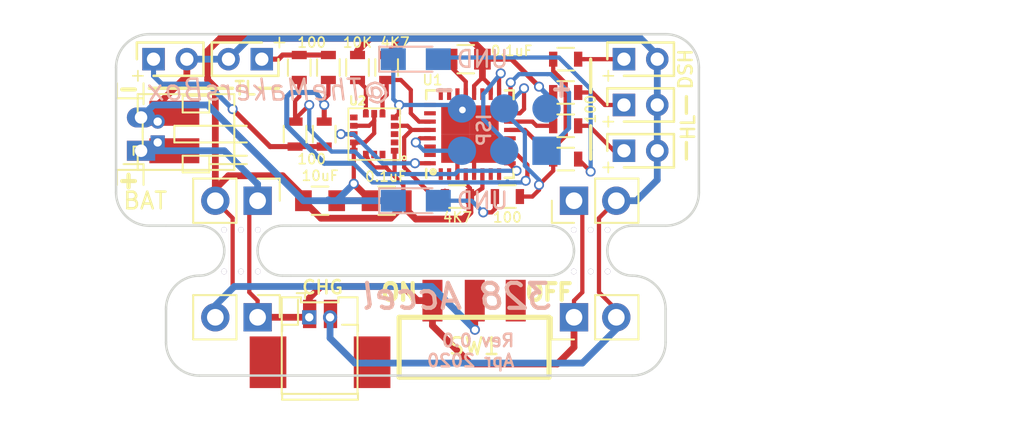
<source format=kicad_pcb>
(kicad_pcb (version 4) (host pcbnew 4.0.6)

  (general
    (links 79)
    (no_connects 0)
    (area 117.924999 144.424999 153.075001 165.075001)
    (thickness 1.6)
    (drawings 51)
    (tracks 311)
    (zones 0)
    (modules 38)
    (nets 43)
  )

  (page A)
  (title_block
    (title "Beetje 32U4 Blok")
    (date 2018-08-10)
    (rev 0.0)
    (company www.MakersBox.us)
    (comment 1 648.ken@gmail.com)
  )

  (layers
    (0 F.Cu signal)
    (31 B.Cu signal)
    (32 B.Adhes user)
    (33 F.Adhes user)
    (34 B.Paste user)
    (35 F.Paste user)
    (36 B.SilkS user)
    (37 F.SilkS user)
    (38 B.Mask user)
    (39 F.Mask user)
    (40 Dwgs.User user)
    (41 Cmts.User user)
    (42 Eco1.User user)
    (43 Eco2.User user)
    (44 Edge.Cuts user)
    (45 Margin user)
    (46 B.CrtYd user)
    (47 F.CrtYd user)
    (48 B.Fab user)
    (49 F.Fab user)
  )

  (setup
    (last_trace_width 0.4064)
    (user_trace_width 0.254)
    (user_trace_width 0.3048)
    (user_trace_width 0.4064)
    (user_trace_width 0.6096)
    (trace_clearance 0.2)
    (zone_clearance 0.508)
    (zone_45_only no)
    (trace_min 0.2)
    (segment_width 0.2)
    (edge_width 0.15)
    (via_size 0.6)
    (via_drill 0.4)
    (via_min_size 0.4)
    (via_min_drill 0.3)
    (uvia_size 0.3)
    (uvia_drill 0.1)
    (uvias_allowed no)
    (uvia_min_size 0.2)
    (uvia_min_drill 0.1)
    (pcb_text_width 0.3)
    (pcb_text_size 1.5 1.5)
    (mod_edge_width 0.15)
    (mod_text_size 1 1)
    (mod_text_width 0.15)
    (pad_size 1.7 1.7)
    (pad_drill 0)
    (pad_to_mask_clearance 0)
    (aux_axis_origin 0 0)
    (visible_elements 7FFFFFFF)
    (pcbplotparams
      (layerselection 0x00030_80000001)
      (usegerberextensions false)
      (excludeedgelayer true)
      (linewidth 0.100000)
      (plotframeref false)
      (viasonmask false)
      (mode 1)
      (useauxorigin false)
      (hpglpennumber 1)
      (hpglpenspeed 20)
      (hpglpendiameter 15)
      (hpglpenoverlay 2)
      (psnegative false)
      (psa4output false)
      (plotreference true)
      (plotvalue true)
      (plotinvisibletext false)
      (padsonsilk false)
      (subtractmaskfromsilk false)
      (outputformat 1)
      (mirror false)
      (drillshape 1)
      (scaleselection 1)
      (outputdirectory ""))
  )

  (net 0 "")
  (net 1 GND)
  (net 2 "Net-(D4-Pad2)")
  (net 3 "Net-(D5-Pad2)")
  (net 4 "Net-(J6-Pad1)")
  (net 5 "Net-(J1-Pad1)")
  (net 6 "Net-(J7-Pad1)")
  (net 7 "Net-(J8-Pad1)")
  (net 8 "Net-(J9-Pad1)")
  (net 9 "Net-(SW1-Pad3)")
  (net 10 VCC)
  (net 11 /MISO)
  (net 12 /SCK)
  (net 13 /MOSI)
  (net 14 /~RESET)
  (net 15 "Net-(J10-Pad1)")
  (net 16 /~CS)
  (net 17 /SDA)
  (net 18 /SCL)
  (net 19 /D3)
  (net 20 /D4)
  (net 21 "Net-(U1-Pad7)")
  (net 22 "Net-(U1-Pad8)")
  (net 23 /D5)
  (net 24 /D6)
  (net 25 /D7)
  (net 26 /D8)
  (net 27 /D9)
  (net 28 /D10)
  (net 29 "Net-(U1-Pad19)")
  (net 30 "Net-(U1-Pad22)")
  (net 31 /A0)
  (net 32 /A1)
  (net 33 /A2)
  (net 34 /A3)
  (net 35 /D0)
  (net 36 /D1)
  (net 37 /D2)
  (net 38 "Net-(U2-Pad3)")
  (net 39 "Net-(U2-Pad2)")
  (net 40 "Net-(U2-Pad15)")
  (net 41 "Net-(U2-Pad9)")
  (net 42 "Net-(U2-Pad16)")

  (net_class Default "This is the default net class."
    (clearance 0.2)
    (trace_width 0.25)
    (via_dia 0.6)
    (via_drill 0.4)
    (uvia_dia 0.3)
    (uvia_drill 0.1)
    (add_net /A0)
    (add_net /A1)
    (add_net /A2)
    (add_net /A3)
    (add_net /D0)
    (add_net /D1)
    (add_net /D10)
    (add_net /D2)
    (add_net /D3)
    (add_net /D4)
    (add_net /D5)
    (add_net /D6)
    (add_net /D7)
    (add_net /D8)
    (add_net /D9)
    (add_net /MISO)
    (add_net /MOSI)
    (add_net /SCK)
    (add_net /SCL)
    (add_net /SDA)
    (add_net /~CS)
    (add_net /~RESET)
    (add_net GND)
    (add_net "Net-(D4-Pad2)")
    (add_net "Net-(D5-Pad2)")
    (add_net "Net-(J1-Pad1)")
    (add_net "Net-(J10-Pad1)")
    (add_net "Net-(J6-Pad1)")
    (add_net "Net-(J7-Pad1)")
    (add_net "Net-(J8-Pad1)")
    (add_net "Net-(J9-Pad1)")
    (add_net "Net-(SW1-Pad3)")
    (add_net "Net-(U1-Pad19)")
    (add_net "Net-(U1-Pad22)")
    (add_net "Net-(U1-Pad7)")
    (add_net "Net-(U1-Pad8)")
    (add_net "Net-(U2-Pad15)")
    (add_net "Net-(U2-Pad16)")
    (add_net "Net-(U2-Pad2)")
    (add_net "Net-(U2-Pad3)")
    (add_net "Net-(U2-Pad9)")
    (add_net VCC)
  )

  (module Housings_DFN_QFN:QFN-32-1EP_5x5mm_Pitch0.5mm (layer F.Cu) (tedit 5EB2C755) (tstamp 5EB0479B)
    (at 139.25 150.5 90)
    (descr "UH Package; 32-Lead Plastic QFN (5mm x 5mm); (see Linear Technology QFN_32_05-08-1693.pdf)")
    (tags "QFN 0.5")
    (path /5EB1814D)
    (attr smd)
    (fp_text reference U1 (at 3.25 -2.25 180) (layer F.SilkS)
      (effects (font (size 0.6 0.6) (thickness 0.1)))
    )
    (fp_text value ATMEGA328-MU (at 0 3.75 90) (layer F.Fab)
      (effects (font (size 1 1) (thickness 0.15)))
    )
    (fp_line (start -1.5 -2.5) (end 2.5 -2.5) (layer F.Fab) (width 0.15))
    (fp_line (start 2.5 -2.5) (end 2.5 2.5) (layer F.Fab) (width 0.15))
    (fp_line (start 2.5 2.5) (end -2.5 2.5) (layer F.Fab) (width 0.15))
    (fp_line (start -2.5 2.5) (end -2.5 -1.5) (layer F.Fab) (width 0.15))
    (fp_line (start -2.5 -1.5) (end -1.5 -2.5) (layer F.Fab) (width 0.15))
    (fp_line (start -3 -3) (end -3 3) (layer F.CrtYd) (width 0.05))
    (fp_line (start 3 -3) (end 3 3) (layer F.CrtYd) (width 0.05))
    (fp_line (start -3 -3) (end 3 -3) (layer F.CrtYd) (width 0.05))
    (fp_line (start -3 3) (end 3 3) (layer F.CrtYd) (width 0.05))
    (fp_line (start 2.625 -2.625) (end 2.625 -2.1) (layer F.SilkS) (width 0.15))
    (fp_line (start -2.625 2.625) (end -2.625 2.1) (layer F.SilkS) (width 0.15))
    (fp_line (start 2.625 2.625) (end 2.625 2.1) (layer F.SilkS) (width 0.15))
    (fp_line (start -2.625 -2.625) (end -2.1 -2.625) (layer F.SilkS) (width 0.15))
    (fp_line (start -2.625 2.625) (end -2.1 2.625) (layer F.SilkS) (width 0.15))
    (fp_line (start 2.625 2.625) (end 2.1 2.625) (layer F.SilkS) (width 0.15))
    (fp_line (start 2.625 -2.625) (end 2.1 -2.625) (layer F.SilkS) (width 0.15))
    (pad 1 smd rect (at -2.4 -1.75 90) (size 0.7 0.25) (layers F.Cu F.Paste F.Mask)
      (net 19 /D3))
    (pad 2 smd rect (at -2.4 -1.25 90) (size 0.7 0.25) (layers F.Cu F.Paste F.Mask)
      (net 20 /D4))
    (pad 3 smd rect (at -2.4 -0.75 90) (size 0.7 0.25) (layers F.Cu F.Paste F.Mask)
      (net 1 GND))
    (pad 4 smd rect (at -2.4 -0.25 90) (size 0.7 0.25) (layers F.Cu F.Paste F.Mask)
      (net 10 VCC))
    (pad 5 smd rect (at -2.4 0.25 90) (size 0.7 0.25) (layers F.Cu F.Paste F.Mask)
      (net 1 GND))
    (pad 6 smd rect (at -2.4 0.75 90) (size 0.7 0.25) (layers F.Cu F.Paste F.Mask)
      (net 10 VCC))
    (pad 7 smd rect (at -2.4 1.25 90) (size 0.7 0.25) (layers F.Cu F.Paste F.Mask)
      (net 21 "Net-(U1-Pad7)"))
    (pad 8 smd rect (at -2.4 1.75 90) (size 0.7 0.25) (layers F.Cu F.Paste F.Mask)
      (net 22 "Net-(U1-Pad8)"))
    (pad 9 smd rect (at -1.75 2.4 180) (size 0.7 0.25) (layers F.Cu F.Paste F.Mask)
      (net 23 /D5))
    (pad 10 smd rect (at -1.25 2.4 180) (size 0.7 0.25) (layers F.Cu F.Paste F.Mask)
      (net 24 /D6))
    (pad 11 smd rect (at -0.75 2.4 180) (size 0.7 0.25) (layers F.Cu F.Paste F.Mask)
      (net 25 /D7))
    (pad 12 smd rect (at -0.25 2.4 180) (size 0.7 0.25) (layers F.Cu F.Paste F.Mask)
      (net 26 /D8))
    (pad 13 smd rect (at 0.25 2.4 180) (size 0.7 0.25) (layers F.Cu F.Paste F.Mask)
      (net 27 /D9))
    (pad 14 smd rect (at 0.75 2.4 180) (size 0.7 0.25) (layers F.Cu F.Paste F.Mask)
      (net 28 /D10))
    (pad 15 smd rect (at 1.25 2.4 180) (size 0.7 0.25) (layers F.Cu F.Paste F.Mask)
      (net 13 /MOSI))
    (pad 16 smd rect (at 1.75 2.4 180) (size 0.7 0.25) (layers F.Cu F.Paste F.Mask)
      (net 11 /MISO))
    (pad 17 smd rect (at 2.4 1.75 90) (size 0.7 0.25) (layers F.Cu F.Paste F.Mask)
      (net 12 /SCK))
    (pad 18 smd rect (at 2.4 1.25 90) (size 0.7 0.25) (layers F.Cu F.Paste F.Mask)
      (net 10 VCC))
    (pad 19 smd rect (at 2.4 0.75 90) (size 0.7 0.25) (layers F.Cu F.Paste F.Mask)
      (net 29 "Net-(U1-Pad19)"))
    (pad 20 smd rect (at 2.4 0.25 90) (size 0.7 0.25) (layers F.Cu F.Paste F.Mask)
      (net 10 VCC))
    (pad 21 smd rect (at 2.4 -0.25 90) (size 0.7 0.25) (layers F.Cu F.Paste F.Mask)
      (net 1 GND))
    (pad 22 smd rect (at 2.4 -0.75 90) (size 0.7 0.25) (layers F.Cu F.Paste F.Mask)
      (net 30 "Net-(U1-Pad22)"))
    (pad 23 smd rect (at 2.4 -1.25 90) (size 0.7 0.25) (layers F.Cu F.Paste F.Mask)
      (net 31 /A0))
    (pad 24 smd rect (at 2.4 -1.75 90) (size 0.7 0.25) (layers F.Cu F.Paste F.Mask)
      (net 32 /A1))
    (pad 25 smd rect (at 1.75 -2.4 180) (size 0.7 0.25) (layers F.Cu F.Paste F.Mask)
      (net 33 /A2))
    (pad 26 smd rect (at 1.25 -2.4 180) (size 0.7 0.25) (layers F.Cu F.Paste F.Mask)
      (net 34 /A3))
    (pad 27 smd rect (at 0.75 -2.4 180) (size 0.7 0.25) (layers F.Cu F.Paste F.Mask)
      (net 17 /SDA))
    (pad 28 smd rect (at 0.25 -2.4 180) (size 0.7 0.25) (layers F.Cu F.Paste F.Mask)
      (net 18 /SCL))
    (pad 29 smd rect (at -0.25 -2.4 180) (size 0.7 0.25) (layers F.Cu F.Paste F.Mask)
      (net 14 /~RESET))
    (pad 30 smd rect (at -0.75 -2.4 180) (size 0.7 0.25) (layers F.Cu F.Paste F.Mask)
      (net 35 /D0))
    (pad 31 smd rect (at -1.25 -2.4 180) (size 0.7 0.25) (layers F.Cu F.Paste F.Mask)
      (net 36 /D1))
    (pad 32 smd rect (at -1.75 -2.4 180) (size 0.7 0.25) (layers F.Cu F.Paste F.Mask)
      (net 37 /D2))
    (pad 5 smd rect (at 0.8625 0.8625 90) (size 1.725 1.725) (layers F.Cu F.Paste F.Mask)
      (net 1 GND) (solder_paste_margin_ratio -0.2))
    (pad 5 smd rect (at 0.8625 -0.8625 90) (size 1.725 1.725) (layers F.Cu F.Paste F.Mask)
      (net 1 GND) (solder_paste_margin_ratio -0.2))
    (pad 5 smd rect (at -0.8625 0.8625 90) (size 1.725 1.725) (layers F.Cu F.Paste F.Mask)
      (net 1 GND) (solder_paste_margin_ratio -0.2))
    (pad 5 smd rect (at -0.8625 -0.8625 90) (size 1.725 1.725) (layers F.Cu F.Paste F.Mask)
      (net 1 GND) (solder_paste_margin_ratio -0.2))
    (model ${KISYS3DMOD}/Housings_DFN_QFN.3dshapes/QFN-32-1EP_5x5mm_Pitch0.5mm.wrl
      (at (xyz 0 0 0))
      (scale (xyz 1 1 1))
      (rotate (xyz 0 0 0))
    )
  )

  (module Pin_Headers:Pin_Header_Straight_2x03_Pitch2.54mm (layer B.Cu) (tedit 5EB09E4C) (tstamp 5EB0A7D7)
    (at 143.85 151.5 90)
    (descr "Through hole straight pin header, 2x03, 2.54mm pitch, double rows")
    (tags "Through hole pin header THT 2x03 2.54mm double row")
    (path /5EB15FD8)
    (fp_text reference CON1 (at 1.5 0 90) (layer B.SilkS) hide
      (effects (font (size 1 1) (thickness 0.15)) (justify mirror))
    )
    (fp_text value ISP (at 1.25 -3.75 90) (layer B.SilkS)
      (effects (font (size 0.8 0.8) (thickness 0.15)) (justify mirror))
    )
    (fp_line (start 0 1.27) (end 3.81 1.27) (layer B.Fab) (width 0.1))
    (fp_line (start 3.81 1.27) (end 3.81 -6.35) (layer B.Fab) (width 0.1))
    (fp_line (start 3.81 -6.35) (end -1.27 -6.35) (layer B.Fab) (width 0.1))
    (fp_line (start -1.27 -6.35) (end -1.27 0) (layer B.Fab) (width 0.1))
    (fp_line (start -1.27 0) (end 0 1.27) (layer B.Fab) (width 0.1))
    (fp_line (start -1.8 1.8) (end -1.8 -6.85) (layer B.CrtYd) (width 0.05))
    (fp_line (start -1.8 -6.85) (end 4.35 -6.85) (layer B.CrtYd) (width 0.05))
    (fp_line (start 4.35 -6.85) (end 4.35 1.8) (layer B.CrtYd) (width 0.05))
    (fp_line (start 4.35 1.8) (end -1.8 1.8) (layer B.CrtYd) (width 0.05))
    (fp_text user %R (at 1.27 -2.54 360) (layer B.Fab)
      (effects (font (size 1 1) (thickness 0.15)) (justify mirror))
    )
    (pad 1 smd rect (at 0 0 90) (size 1.7 1.7) (layers B.Cu B.Paste B.Mask)
      (net 11 /MISO))
    (pad 2 smd oval (at 2.54 0 90) (size 1.7 1.7) (layers B.Cu B.Paste B.Mask)
      (net 10 VCC))
    (pad 3 smd oval (at 0 -2.54 90) (size 1.7 1.7) (layers B.Cu B.Paste B.Mask)
      (net 12 /SCK))
    (pad 4 smd oval (at 2.54 -2.54 90) (size 1.7 1.7) (layers B.Cu B.Paste B.Mask)
      (net 13 /MOSI))
    (pad 5 smd oval (at 0 -5.08 90) (size 1.7 1.7) (layers B.Cu B.Paste B.Mask)
      (net 14 /~RESET))
    (pad 6 smd oval (at 2.54 -5.08 90) (size 1.7 1.7) (layers B.Cu B.Paste B.Mask)
      (net 1 GND))
  )

  (module footprints:JST_PH_S2B-PH-K_02x2.00mm_Angled (layer F.Cu) (tedit 5EAB3B9C) (tstamp 5EAB3BE4)
    (at 119.5 151.5 90)
    (descr "JST PH series connector, S2B-PH-K, side entry type, through hole, Datasheet: http://www.jst-mfg.com/product/pdf/eng/ePH.pdf")
    (tags "connector jst ph")
    (path /5EAB43D0)
    (fp_text reference J10 (at 3.048 1.27 360) (layer F.SilkS) hide
      (effects (font (size 1 1) (thickness 0.15)))
    )
    (fp_text value JST_PH (at 1.905 7.62 90) (layer F.SilkS) hide
      (effects (font (size 0.7 0.7) (thickness 0.15)))
    )
    (fp_line (start 0.5 6.35) (end 0.5 2) (layer F.SilkS) (width 0.12))
    (fp_line (start 0.5 2) (end 1.5 2) (layer F.SilkS) (width 0.12))
    (fp_line (start 1.5 2) (end 1.5 6.35) (layer F.SilkS) (width 0.12))
    (fp_line (start -0.8 0.15) (end -1.15 0.15) (layer F.SilkS) (width 0.12))
    (fp_line (start -1.15 0.15) (end -1.15 -1.45) (layer F.SilkS) (width 0.12))
    (fp_line (start -1.15 -1.45) (end -2.05 -1.45) (layer F.SilkS) (width 0.12))
    (fp_line (start 4.05 -1.45) (end 3.15 -1.45) (layer F.SilkS) (width 0.12))
    (fp_line (start 3.15 -1.45) (end 3.15 0.15) (layer F.SilkS) (width 0.12))
    (fp_line (start 3.15 0.15) (end 2.8 0.15) (layer F.SilkS) (width 0.12))
    (fp_line (start -2.05 0.15) (end -1.15 0.15) (layer F.SilkS) (width 0.12))
    (fp_line (start 4.05 0.15) (end 3.15 0.15) (layer F.SilkS) (width 0.12))
    (fp_line (start -1.3 2.5) (end -1.3 4.1) (layer F.SilkS) (width 0.12))
    (fp_line (start -1.3 4.1) (end -0.3 4.1) (layer F.SilkS) (width 0.12))
    (fp_line (start -0.3 4.1) (end -0.3 2.5) (layer F.SilkS) (width 0.12))
    (fp_line (start -0.3 2.5) (end -1.3 2.5) (layer F.SilkS) (width 0.12))
    (fp_line (start 3.3 2.5) (end 3.3 4.1) (layer F.SilkS) (width 0.12))
    (fp_line (start 3.3 4.1) (end 2.3 4.1) (layer F.SilkS) (width 0.12))
    (fp_line (start 2.3 4.1) (end 2.3 2.5) (layer F.SilkS) (width 0.12))
    (fp_line (start 2.3 2.5) (end 3.3 2.5) (layer F.SilkS) (width 0.12))
    (fp_line (start -0.3 4.1) (end -0.3 6.35) (layer F.SilkS) (width 0.12))
    (fp_line (start -0.8 4.1) (end -0.8 6.35) (layer F.SilkS) (width 0.12))
    (fp_line (start -2.45 -1.85) (end -2.45 6.75) (layer F.CrtYd) (width 0.05))
    (fp_line (start -2.45 6.75) (end 4.45 6.75) (layer F.CrtYd) (width 0.05))
    (fp_line (start 4.45 6.75) (end 4.45 -1.85) (layer F.CrtYd) (width 0.05))
    (fp_line (start 4.45 -1.85) (end -2.45 -1.85) (layer F.CrtYd) (width 0.05))
    (fp_line (start -1.25 0.25) (end -1.25 -1.35) (layer F.Fab) (width 0.1))
    (fp_line (start -1.25 -1.35) (end -1.95 -1.35) (layer F.Fab) (width 0.1))
    (fp_line (start -1.95 -1.35) (end -1.95 6.25) (layer F.Fab) (width 0.1))
    (fp_line (start 3.95 6.25) (end 3.95 -1.35) (layer F.Fab) (width 0.1))
    (fp_line (start 3.95 -1.35) (end 3.25 -1.35) (layer F.Fab) (width 0.1))
    (fp_line (start 3.25 -1.35) (end 3.25 0.25) (layer F.Fab) (width 0.1))
    (fp_line (start 3.25 0.25) (end -1.25 0.25) (layer F.Fab) (width 0.1))
    (fp_line (start -0.8 0.15) (end -0.8 -1.05) (layer F.SilkS) (width 0.12))
    (fp_line (start 0 0.85) (end -0.5 1.35) (layer F.Fab) (width 0.1))
    (fp_line (start -0.5 1.35) (end 0.5 1.35) (layer F.Fab) (width 0.1))
    (fp_line (start 0.5 1.35) (end 0 0.85) (layer F.Fab) (width 0.1))
    (fp_text user %R (at 1 2.5 90) (layer F.Fab)
      (effects (font (size 1 1) (thickness 0.15)))
    )
    (pad 1 thru_hole rect (at 0 0 90) (size 1.2 1.7) (drill 0.75) (layers *.Cu *.Mask)
      (net 15 "Net-(J10-Pad1)"))
    (pad 2 thru_hole oval (at 2 0 90) (size 1.2 1.7) (drill 0.75) (layers *.Cu *.Mask)
      (net 1 GND))
    (model ${KISYS3DMOD}/Connectors_JST.3dshapes/JST_PH_S2B-PH-K_02x2.00mm_Angled.wrl
      (at (xyz 0 0 0))
      (scale (xyz 1 1 1))
      (rotate (xyz 0 0 0))
    )
  )

  (module Connectors_Molex:Molex_PicoBlade_53048-0210_02x1.25mm_Angled (layer F.Cu) (tedit 5EAB3B00) (tstamp 5EA8B8F0)
    (at 120.5 151 90)
    (descr "Molex PicoBlade, single row, side entry type, through hole, PN:53048-0210")
    (tags "connector molex picoblade")
    (path /5B7F07B5)
    (fp_text reference J3 (at 0.75 3 90) (layer F.SilkS) hide
      (effects (font (size 1 1) (thickness 0.15)))
    )
    (fp_text value BAT (at -3.5 -0.75 180) (layer F.SilkS)
      (effects (font (size 1 1) (thickness 0.15)))
    )
    (fp_line (start -0.25 -1.15) (end -0.25 -1.45) (layer F.SilkS) (width 0.12))
    (fp_line (start -0.25 -1.45) (end -0.75 -1.45) (layer F.SilkS) (width 0.12))
    (fp_line (start -0.25 -1.15) (end -0.25 -1.45) (layer F.Fab) (width 0.1))
    (fp_line (start -0.25 -1.45) (end -0.75 -1.45) (layer F.Fab) (width 0.1))
    (fp_line (start 0.6 -1.25) (end -0.15 -1.25) (layer F.CrtYd) (width 0.05))
    (fp_line (start -0.15 -1.25) (end -0.15 -1.55) (layer F.CrtYd) (width 0.05))
    (fp_line (start -0.15 -1.55) (end -2 -1.55) (layer F.CrtYd) (width 0.05))
    (fp_line (start -2 -1.55) (end -2 4.95) (layer F.CrtYd) (width 0.05))
    (fp_line (start -2 4.95) (end 0.6 4.95) (layer F.CrtYd) (width 0.05))
    (fp_line (start 0.6 -1.25) (end 1.35 -1.25) (layer F.CrtYd) (width 0.05))
    (fp_line (start 1.35 -1.25) (end 1.35 -1.55) (layer F.CrtYd) (width 0.05))
    (fp_line (start 1.35 -1.55) (end 3.25 -1.55) (layer F.CrtYd) (width 0.05))
    (fp_line (start 3.25 -1.55) (end 3.25 4.95) (layer F.CrtYd) (width 0.05))
    (fp_line (start 3.25 4.95) (end 0.6 4.95) (layer F.CrtYd) (width 0.05))
    (fp_line (start 0.625 -0.75) (end -0.65 -0.75) (layer F.Fab) (width 0.1))
    (fp_line (start -0.65 -0.75) (end -0.65 -1.05) (layer F.Fab) (width 0.1))
    (fp_line (start -0.65 -1.05) (end -1.5 -1.05) (layer F.Fab) (width 0.1))
    (fp_line (start -1.5 -1.05) (end -1.5 4.45) (layer F.Fab) (width 0.1))
    (fp_line (start -1.5 4.45) (end 0.625 4.45) (layer F.Fab) (width 0.1))
    (fp_line (start 0.625 -0.75) (end 1.9 -0.75) (layer F.Fab) (width 0.1))
    (fp_line (start 1.9 -0.75) (end 1.9 -1.05) (layer F.Fab) (width 0.1))
    (fp_line (start 1.9 -1.05) (end 2.75 -1.05) (layer F.Fab) (width 0.1))
    (fp_line (start 2.75 -1.05) (end 2.75 4.45) (layer F.Fab) (width 0.1))
    (fp_line (start 2.75 4.45) (end 0.625 4.45) (layer F.Fab) (width 0.1))
    (fp_line (start 0.625 -0.9) (end -0.5 -0.9) (layer F.SilkS) (width 0.12))
    (fp_line (start -0.5 -0.9) (end -0.5 -1.2) (layer F.SilkS) (width 0.12))
    (fp_line (start -0.5 -1.2) (end -1.65 -1.2) (layer F.SilkS) (width 0.12))
    (fp_line (start -1.65 -1.2) (end -1.65 4.6) (layer F.SilkS) (width 0.12))
    (fp_line (start -1.65 4.6) (end 0.625 4.6) (layer F.SilkS) (width 0.12))
    (fp_line (start 0.625 -0.9) (end 1.75 -0.9) (layer F.SilkS) (width 0.12))
    (fp_line (start 1.75 -0.9) (end 1.75 -1.2) (layer F.SilkS) (width 0.12))
    (fp_line (start 1.75 -1.2) (end 2.9 -1.2) (layer F.SilkS) (width 0.12))
    (fp_line (start 2.9 -1.2) (end 2.9 4.6) (layer F.SilkS) (width 0.12))
    (fp_line (start 2.9 4.6) (end 0.625 4.6) (layer F.SilkS) (width 0.12))
    (fp_text user %R (at 0.625 3 90) (layer F.Fab)
      (effects (font (size 1 1) (thickness 0.15)))
    )
    (pad 2 smd rect (at 1.75 1 90) (size 1.5 3) (layers F.Cu F.Paste F.Mask)
      (net 1 GND))
    (pad 1 thru_hole rect (at 0 0 90) (size 0.85 0.85) (drill 0.5) (layers *.Cu *.Mask)
      (net 15 "Net-(J10-Pad1)"))
    (pad 2 thru_hole circle (at 1.25 0 90) (size 0.85 0.85) (drill 0.5) (layers *.Cu *.Mask)
      (net 1 GND))
    (pad 1 smd rect (at -0.5 1 90) (size 1.5 3) (layers F.Cu F.Paste F.Mask)
      (net 15 "Net-(J10-Pad1)"))
    (model ${KISYS3DMOD}/Connectors_Molex.3dshapes/Molex_PicoBlade_53048-0210_02x1.25mm_Angled.wrl
      (at (xyz 0 0 0))
      (scale (xyz 1 1 1))
      (rotate (xyz 0 0 0))
    )
  )

  (module Pin_Headers:Pin_Header_Straight_1x02_Pitch2.54mm (layer F.Cu) (tedit 5EA9CF37) (tstamp 5EA9A7E3)
    (at 126.5 154.5 270)
    (descr "Through hole straight pin header, 1x02, 2.54mm pitch, single row")
    (tags "Through hole pin header THT 1x02 2.54mm single row")
    (path /5EA9BFC7)
    (fp_text reference J44 (at 0 -2.33 270) (layer F.SilkS) hide
      (effects (font (size 1 1) (thickness 0.15)))
    )
    (fp_text value CONN (at 0 4.87 270) (layer F.Fab)
      (effects (font (size 1 1) (thickness 0.15)))
    )
    (fp_line (start -0.635 -1.27) (end 1.27 -1.27) (layer F.Fab) (width 0.1))
    (fp_line (start 1.27 -1.27) (end 1.27 3.81) (layer F.Fab) (width 0.1))
    (fp_line (start 1.27 3.81) (end -1.27 3.81) (layer F.Fab) (width 0.1))
    (fp_line (start -1.27 3.81) (end -1.27 -0.635) (layer F.Fab) (width 0.1))
    (fp_line (start -1.27 -0.635) (end -0.635 -1.27) (layer F.Fab) (width 0.1))
    (fp_line (start -1.33 3.87) (end 1.33 3.87) (layer F.SilkS) (width 0.12))
    (fp_line (start -1.33 1.27) (end -1.33 3.87) (layer F.SilkS) (width 0.12))
    (fp_line (start 1.33 1.27) (end 1.33 3.87) (layer F.SilkS) (width 0.12))
    (fp_line (start -1.33 1.27) (end 1.33 1.27) (layer F.SilkS) (width 0.12))
    (fp_line (start -1.33 0) (end -1.33 -1.33) (layer F.SilkS) (width 0.12))
    (fp_line (start -1.33 -1.33) (end 0 -1.33) (layer F.SilkS) (width 0.12))
    (fp_line (start -1.8 -1.8) (end -1.8 4.35) (layer F.CrtYd) (width 0.05))
    (fp_line (start -1.8 4.35) (end 1.8 4.35) (layer F.CrtYd) (width 0.05))
    (fp_line (start 1.8 4.35) (end 1.8 -1.8) (layer F.CrtYd) (width 0.05))
    (fp_line (start 1.8 -1.8) (end -1.8 -1.8) (layer F.CrtYd) (width 0.05))
    (fp_text user %R (at 0 1.27 360) (layer F.Fab)
      (effects (font (size 1 1) (thickness 0.15)))
    )
    (pad 1 thru_hole rect (at 0 0 270) (size 1.7 1.7) (drill 1) (layers *.Cu *.Mask)
      (net 15 "Net-(J10-Pad1)"))
    (pad 2 thru_hole oval (at 0 2.54 270) (size 1.7 1.7) (drill 1) (layers *.Cu *.Mask)
      (net 10 VCC))
  )

  (module footprints:SPST_SMD (layer F.Cu) (tedit 5EA9FA58) (tstamp 5EA8B242)
    (at 139.5 160.5)
    (descr "Through hole pin header")
    (tags "pin header")
    (path /5B9534D5)
    (fp_text reference SW1 (at 0 2.75) (layer F.SilkS)
      (effects (font (size 1 1) (thickness 0.15)))
    )
    (fp_text value SW_SPDT (at 0.1 0) (layer F.Fab)
      (effects (font (size 1 1) (thickness 0.15)))
    )
    (fp_line (start -1 6.7) (end -0.5 6.7) (layer F.Fab) (width 0.15))
    (fp_line (start -0.5 6.7) (end -0.5 4.7) (layer F.Fab) (width 0.15))
    (fp_line (start -2 6.7) (end -1 6.7) (layer F.Fab) (width 0.15))
    (fp_line (start -2 4.7) (end -2 6.7) (layer F.Fab) (width 0.15))
    (fp_line (start -4.5 4.6) (end 4.5 4.6) (layer F.SilkS) (width 0.3048))
    (fp_line (start 4.5 1) (end 4.5 4.6) (layer F.SilkS) (width 0.3048))
    (fp_line (start -4.5 1) (end -4.5 4.6) (layer F.SilkS) (width 0.3048))
    (fp_line (start -4.5 1) (end 4.5 1) (layer F.SilkS) (width 0.3048))
    (fp_text user JS102011SAQN (at 0 1.7) (layer F.Fab)
      (effects (font (size 0.8 0.8) (thickness 0.1)))
    )
    (pad "" np_thru_hole circle (at 3.4 2.75) (size 0.9 0.9) (drill 0.9) (layers *.Cu *.Mask))
    (pad 1 smd rect (at -2.5 0) (size 1.2 2.5) (layers F.Cu F.Paste F.Mask)
      (net 15 "Net-(J10-Pad1)"))
    (pad 2 smd rect (at 0.04 0) (size 1.2 2.5) (layers F.Cu F.Paste F.Mask)
      (net 10 VCC))
    (pad 3 smd rect (at 2.5 0) (size 1.2 2.5) (layers F.Cu F.Paste F.Mask)
      (net 9 "Net-(SW1-Pad3)"))
    (pad "" np_thru_hole circle (at -3.4 2.75) (size 0.9 0.9) (drill 0.9) (layers *.Cu *.Mask))
    (model Pin_Headers.3dshapes/Pin_Header_Straight_2x06.wrl
      (at (xyz 0.05 -0.25 0))
      (scale (xyz 1 1 1))
      (rotate (xyz 0 0 90))
    )
  )

  (module Pin_Headers:Pin_Header_Straight_1x02_Pitch2.54mm (layer F.Cu) (tedit 5EA9CF7F) (tstamp 5EA9A7B7)
    (at 145.5 161.5 90)
    (descr "Through hole straight pin header, 1x02, 2.54mm pitch, single row")
    (tags "Through hole pin header THT 1x02 2.54mm single row")
    (path /5EA9BB38)
    (fp_text reference J5 (at 0 -2.33 90) (layer F.SilkS) hide
      (effects (font (size 1 1) (thickness 0.15)))
    )
    (fp_text value CONN (at 0 4.87 90) (layer F.Fab)
      (effects (font (size 1 1) (thickness 0.15)))
    )
    (fp_line (start -0.635 -1.27) (end 1.27 -1.27) (layer F.Fab) (width 0.1))
    (fp_line (start 1.27 -1.27) (end 1.27 3.81) (layer F.Fab) (width 0.1))
    (fp_line (start 1.27 3.81) (end -1.27 3.81) (layer F.Fab) (width 0.1))
    (fp_line (start -1.27 3.81) (end -1.27 -0.635) (layer F.Fab) (width 0.1))
    (fp_line (start -1.27 -0.635) (end -0.635 -1.27) (layer F.Fab) (width 0.1))
    (fp_line (start -1.33 3.87) (end 1.33 3.87) (layer F.SilkS) (width 0.12))
    (fp_line (start -1.33 1.27) (end -1.33 3.87) (layer F.SilkS) (width 0.12))
    (fp_line (start 1.33 1.27) (end 1.33 3.87) (layer F.SilkS) (width 0.12))
    (fp_line (start -1.33 1.27) (end 1.33 1.27) (layer F.SilkS) (width 0.12))
    (fp_line (start -1.33 0) (end -1.33 -1.33) (layer F.SilkS) (width 0.12))
    (fp_line (start -1.33 -1.33) (end 0 -1.33) (layer F.SilkS) (width 0.12))
    (fp_line (start -1.8 -1.8) (end -1.8 4.35) (layer F.CrtYd) (width 0.05))
    (fp_line (start -1.8 4.35) (end 1.8 4.35) (layer F.CrtYd) (width 0.05))
    (fp_line (start 1.8 4.35) (end 1.8 -1.8) (layer F.CrtYd) (width 0.05))
    (fp_line (start 1.8 -1.8) (end -1.8 -1.8) (layer F.CrtYd) (width 0.05))
    (fp_text user %R (at 0 1.27 180) (layer F.Fab)
      (effects (font (size 1 1) (thickness 0.15)))
    )
    (pad 1 thru_hole rect (at 0 0 90) (size 1.7 1.7) (drill 1) (layers *.Cu *.Mask)
      (net 15 "Net-(J10-Pad1)"))
    (pad 2 thru_hole oval (at 0 2.54 90) (size 1.7 1.7) (drill 1) (layers *.Cu *.Mask)
      (net 1 GND))
  )

  (module Pin_Headers:Pin_Header_Straight_1x02_Pitch2.54mm (layer F.Cu) (tedit 5EA9CF87) (tstamp 5EA9A7CD)
    (at 126.5 161.5 270)
    (descr "Through hole straight pin header, 1x02, 2.54mm pitch, single row")
    (tags "Through hole pin header THT 1x02 2.54mm single row")
    (path /5EA9BE4D)
    (fp_text reference J4 (at 0 -2.33 270) (layer F.SilkS) hide
      (effects (font (size 1 1) (thickness 0.15)))
    )
    (fp_text value CONN (at 0 4.87 270) (layer F.Fab)
      (effects (font (size 1 1) (thickness 0.15)))
    )
    (fp_line (start -0.635 -1.27) (end 1.27 -1.27) (layer F.Fab) (width 0.1))
    (fp_line (start 1.27 -1.27) (end 1.27 3.81) (layer F.Fab) (width 0.1))
    (fp_line (start 1.27 3.81) (end -1.27 3.81) (layer F.Fab) (width 0.1))
    (fp_line (start -1.27 3.81) (end -1.27 -0.635) (layer F.Fab) (width 0.1))
    (fp_line (start -1.27 -0.635) (end -0.635 -1.27) (layer F.Fab) (width 0.1))
    (fp_line (start -1.33 3.87) (end 1.33 3.87) (layer F.SilkS) (width 0.12))
    (fp_line (start -1.33 1.27) (end -1.33 3.87) (layer F.SilkS) (width 0.12))
    (fp_line (start 1.33 1.27) (end 1.33 3.87) (layer F.SilkS) (width 0.12))
    (fp_line (start -1.33 1.27) (end 1.33 1.27) (layer F.SilkS) (width 0.12))
    (fp_line (start -1.33 0) (end -1.33 -1.33) (layer F.SilkS) (width 0.12))
    (fp_line (start -1.33 -1.33) (end 0 -1.33) (layer F.SilkS) (width 0.12))
    (fp_line (start -1.8 -1.8) (end -1.8 4.35) (layer F.CrtYd) (width 0.05))
    (fp_line (start -1.8 4.35) (end 1.8 4.35) (layer F.CrtYd) (width 0.05))
    (fp_line (start 1.8 4.35) (end 1.8 -1.8) (layer F.CrtYd) (width 0.05))
    (fp_line (start 1.8 -1.8) (end -1.8 -1.8) (layer F.CrtYd) (width 0.05))
    (fp_text user %R (at 0 1.27 360) (layer F.Fab)
      (effects (font (size 1 1) (thickness 0.15)))
    )
    (pad 1 thru_hole rect (at 0 0 270) (size 1.7 1.7) (drill 1) (layers *.Cu *.Mask)
      (net 15 "Net-(J10-Pad1)"))
    (pad 2 thru_hole oval (at 0 2.54 270) (size 1.7 1.7) (drill 1) (layers *.Cu *.Mask)
      (net 10 VCC))
  )

  (module Pin_Headers:Pin_Header_Straight_1x02_Pitch2.54mm (layer F.Cu) (tedit 5EA9CF83) (tstamp 5EA9A7F9)
    (at 145.5 154.5 90)
    (descr "Through hole straight pin header, 1x02, 2.54mm pitch, single row")
    (tags "Through hole pin header THT 1x02 2.54mm single row")
    (path /5EA9BEB7)
    (fp_text reference J55 (at 0 -2.33 90) (layer F.SilkS) hide
      (effects (font (size 1 1) (thickness 0.15)))
    )
    (fp_text value CONN (at 0 4.87 90) (layer F.Fab)
      (effects (font (size 1 1) (thickness 0.15)))
    )
    (fp_line (start -0.635 -1.27) (end 1.27 -1.27) (layer F.Fab) (width 0.1))
    (fp_line (start 1.27 -1.27) (end 1.27 3.81) (layer F.Fab) (width 0.1))
    (fp_line (start 1.27 3.81) (end -1.27 3.81) (layer F.Fab) (width 0.1))
    (fp_line (start -1.27 3.81) (end -1.27 -0.635) (layer F.Fab) (width 0.1))
    (fp_line (start -1.27 -0.635) (end -0.635 -1.27) (layer F.Fab) (width 0.1))
    (fp_line (start -1.33 3.87) (end 1.33 3.87) (layer F.SilkS) (width 0.12))
    (fp_line (start -1.33 1.27) (end -1.33 3.87) (layer F.SilkS) (width 0.12))
    (fp_line (start 1.33 1.27) (end 1.33 3.87) (layer F.SilkS) (width 0.12))
    (fp_line (start -1.33 1.27) (end 1.33 1.27) (layer F.SilkS) (width 0.12))
    (fp_line (start -1.33 0) (end -1.33 -1.33) (layer F.SilkS) (width 0.12))
    (fp_line (start -1.33 -1.33) (end 0 -1.33) (layer F.SilkS) (width 0.12))
    (fp_line (start -1.8 -1.8) (end -1.8 4.35) (layer F.CrtYd) (width 0.05))
    (fp_line (start -1.8 4.35) (end 1.8 4.35) (layer F.CrtYd) (width 0.05))
    (fp_line (start 1.8 4.35) (end 1.8 -1.8) (layer F.CrtYd) (width 0.05))
    (fp_line (start 1.8 -1.8) (end -1.8 -1.8) (layer F.CrtYd) (width 0.05))
    (fp_text user %R (at 0 1.27 180) (layer F.Fab)
      (effects (font (size 1 1) (thickness 0.15)))
    )
    (pad 1 thru_hole rect (at 0 0 90) (size 1.7 1.7) (drill 1) (layers *.Cu *.Mask)
      (net 15 "Net-(J10-Pad1)"))
    (pad 2 thru_hole oval (at 0 2.54 90) (size 1.7 1.7) (drill 1) (layers *.Cu *.Mask)
      (net 1 GND))
  )

  (module footprints:LED_0805_HandSoldering (layer B.Cu) (tedit 5EB2045B) (tstamp 5EA9B60E)
    (at 136 154.5)
    (descr "Resistor SMD 0805, hand soldering")
    (tags "resistor 0805")
    (path /5EA9D74A)
    (attr smd)
    (fp_text reference D4 (at 0 1.7) (layer B.SilkS) hide
      (effects (font (size 1 1) (thickness 0.15)) (justify mirror))
    )
    (fp_text value UND (at 4 0) (layer B.SilkS)
      (effects (font (size 1 1) (thickness 0.15)) (justify mirror))
    )
    (fp_line (start -0.4 0.4) (end -0.4 -0.4) (layer B.Fab) (width 0.1))
    (fp_line (start -0.4 0) (end 0.2 0.4) (layer B.Fab) (width 0.1))
    (fp_line (start 0.2 -0.4) (end -0.4 0) (layer B.Fab) (width 0.1))
    (fp_line (start 0.2 0.4) (end 0.2 -0.4) (layer B.Fab) (width 0.1))
    (fp_line (start -1 -0.62) (end -1 0.62) (layer B.Fab) (width 0.1))
    (fp_line (start 1 -0.62) (end -1 -0.62) (layer B.Fab) (width 0.1))
    (fp_line (start 1 0.62) (end 1 -0.62) (layer B.Fab) (width 0.1))
    (fp_line (start -1 0.62) (end 1 0.62) (layer B.Fab) (width 0.1))
    (fp_line (start 1 -0.75) (end -2.2 -0.75) (layer B.SilkS) (width 0.12))
    (fp_line (start -2.2 0.75) (end 1 0.75) (layer B.SilkS) (width 0.12))
    (fp_line (start -2.35 0.9) (end 2.35 0.9) (layer B.CrtYd) (width 0.05))
    (fp_line (start -2.35 0.9) (end -2.35 -0.9) (layer B.CrtYd) (width 0.05))
    (fp_line (start 2.35 -0.9) (end 2.35 0.9) (layer B.CrtYd) (width 0.05))
    (fp_line (start 2.35 -0.9) (end -2.35 -0.9) (layer B.CrtYd) (width 0.05))
    (fp_line (start -2.2 0.75) (end -2.2 -0.75) (layer B.SilkS) (width 0.12))
    (pad 1 smd rect (at -1.35 0) (size 1.5 1.3) (layers B.Cu B.Paste B.Mask)
      (net 1 GND))
    (pad 2 smd rect (at 1.35 0) (size 1.5 1.3) (layers B.Cu B.Paste B.Mask)
      (net 2 "Net-(D4-Pad2)"))
    (model ${KISYS3DMOD}/LEDs.3dshapes/LED_0805.wrl
      (at (xyz 0 0 0))
      (scale (xyz 1 1 1))
      (rotate (xyz 0 0 0))
    )
  )

  (module footprints:LED_0805_HandSoldering (layer B.Cu) (tedit 5EB20420) (tstamp 5EA9B623)
    (at 136 146)
    (descr "Resistor SMD 0805, hand soldering")
    (tags "resistor 0805")
    (path /5EA9D6A1)
    (attr smd)
    (fp_text reference D5 (at 0 1.7) (layer B.SilkS) hide
      (effects (font (size 1 1) (thickness 0.15)) (justify mirror))
    )
    (fp_text value UND (at 4 0) (layer B.SilkS)
      (effects (font (size 1 1) (thickness 0.15)) (justify mirror))
    )
    (fp_line (start -0.4 0.4) (end -0.4 -0.4) (layer B.Fab) (width 0.1))
    (fp_line (start -0.4 0) (end 0.2 0.4) (layer B.Fab) (width 0.1))
    (fp_line (start 0.2 -0.4) (end -0.4 0) (layer B.Fab) (width 0.1))
    (fp_line (start 0.2 0.4) (end 0.2 -0.4) (layer B.Fab) (width 0.1))
    (fp_line (start -1 -0.62) (end -1 0.62) (layer B.Fab) (width 0.1))
    (fp_line (start 1 -0.62) (end -1 -0.62) (layer B.Fab) (width 0.1))
    (fp_line (start 1 0.62) (end 1 -0.62) (layer B.Fab) (width 0.1))
    (fp_line (start -1 0.62) (end 1 0.62) (layer B.Fab) (width 0.1))
    (fp_line (start 1 -0.75) (end -2.2 -0.75) (layer B.SilkS) (width 0.12))
    (fp_line (start -2.2 0.75) (end 1 0.75) (layer B.SilkS) (width 0.12))
    (fp_line (start -2.35 0.9) (end 2.35 0.9) (layer B.CrtYd) (width 0.05))
    (fp_line (start -2.35 0.9) (end -2.35 -0.9) (layer B.CrtYd) (width 0.05))
    (fp_line (start 2.35 -0.9) (end 2.35 0.9) (layer B.CrtYd) (width 0.05))
    (fp_line (start 2.35 -0.9) (end -2.35 -0.9) (layer B.CrtYd) (width 0.05))
    (fp_line (start -2.2 0.75) (end -2.2 -0.75) (layer B.SilkS) (width 0.12))
    (pad 1 smd rect (at -1.35 0) (size 1.5 1.3) (layers B.Cu B.Paste B.Mask)
      (net 1 GND))
    (pad 2 smd rect (at 1.35 0) (size 1.5 1.3) (layers B.Cu B.Paste B.Mask)
      (net 3 "Net-(D5-Pad2)"))
    (model ${KISYS3DMOD}/LEDs.3dshapes/LED_0805.wrl
      (at (xyz 0 0 0))
      (scale (xyz 1 1 1))
      (rotate (xyz 0 0 0))
    )
  )

  (module footprints:PIN_HEADER_LED (layer F.Cu) (tedit 5EB2024A) (tstamp 5EA8C9D1)
    (at 148.5 146 90)
    (descr "Through hole straight pin header, 1x02, 2.00mm pitch, single row")
    (tags "Through hole pin header THT 1x02 2.00mm single row")
    (path /5EA9312B)
    (fp_text reference J9 (at 0 -2.06 90) (layer F.SilkS) hide
      (effects (font (size 1 1) (thickness 0.15)))
    )
    (fp_text value DSH (at -0.6 3.7 90) (layer F.SilkS)
      (effects (font (size 0.8 0.8) (thickness 0.15)))
    )
    (fp_line (start -1 0) (end -1 3) (layer F.SilkS) (width 0.15))
    (fp_line (start -1 3) (end 1 3) (layer F.SilkS) (width 0.15))
    (fp_line (start 1 3) (end 1 -1) (layer F.SilkS) (width 0.15))
    (fp_line (start 1 -1) (end 0 -1) (layer F.SilkS) (width 0.15))
    (fp_text user + (at -1 -1 90) (layer F.SilkS)
      (effects (font (size 0.8 0.8) (thickness 0.1)))
    )
    (fp_line (start -0.5 -1) (end 1 -1) (layer F.Fab) (width 0.1))
    (fp_line (start 1 -1) (end 1 3) (layer F.Fab) (width 0.1))
    (fp_line (start 1 3) (end -1 3) (layer F.Fab) (width 0.1))
    (fp_line (start -1 3) (end -1 -0.5) (layer F.Fab) (width 0.1))
    (fp_line (start -1 -0.5) (end -0.5 -1) (layer F.Fab) (width 0.1))
    (fp_line (start -1.5 -1.5) (end -1.5 3.5) (layer F.CrtYd) (width 0.05))
    (fp_line (start -1.5 3.5) (end 1.5 3.5) (layer F.CrtYd) (width 0.05))
    (fp_line (start 1.5 3.5) (end 1.5 -1.5) (layer F.CrtYd) (width 0.05))
    (fp_line (start 1.5 -1.5) (end -1.5 -1.5) (layer F.CrtYd) (width 0.05))
    (fp_text user %R (at 0 1 180) (layer F.Fab)
      (effects (font (size 1 1) (thickness 0.15)))
    )
    (pad 1 thru_hole rect (at 0 0 90) (size 1.35 1.35) (drill 0.8) (layers *.Cu *.Mask)
      (net 8 "Net-(J9-Pad1)"))
    (pad 2 thru_hole oval (at 0 2 90) (size 1.35 1.35) (drill 0.8) (layers *.Cu *.Mask)
      (net 1 GND))
    (model ${KISYS3DMOD}/Pin_Headers.3dshapes/Pin_Header_Straight_1x02_Pitch2.00mm.wrl
      (at (xyz 0 0 0))
      (scale (xyz 1 1 1))
      (rotate (xyz 0 0 0))
    )
  )

  (module footprints:PIN_HEADER_LED (layer F.Cu) (tedit 5EB2026F) (tstamp 5EA8C9A5)
    (at 120.25 146 90)
    (descr "Through hole straight pin header, 1x02, 2.00mm pitch, single row")
    (tags "Through hole pin header THT 1x02 2.00mm single row")
    (path /5EA92D66)
    (fp_text reference J7 (at 0 -2.06 90) (layer F.SilkS) hide
      (effects (font (size 1 1) (thickness 0.15)))
    )
    (fp_text value TL (at -0.25 -1.5 180) (layer F.SilkS) hide
      (effects (font (size 0.8 0.8) (thickness 0.15)))
    )
    (fp_line (start -1 0) (end -1 3) (layer F.SilkS) (width 0.15))
    (fp_line (start -1 3) (end 1 3) (layer F.SilkS) (width 0.15))
    (fp_line (start 1 3) (end 1 -1) (layer F.SilkS) (width 0.15))
    (fp_line (start 1 -1) (end 0 -1) (layer F.SilkS) (width 0.15))
    (fp_text user + (at -1 -1 90) (layer F.SilkS)
      (effects (font (size 0.8 0.8) (thickness 0.1)))
    )
    (fp_line (start -0.5 -1) (end 1 -1) (layer F.Fab) (width 0.1))
    (fp_line (start 1 -1) (end 1 3) (layer F.Fab) (width 0.1))
    (fp_line (start 1 3) (end -1 3) (layer F.Fab) (width 0.1))
    (fp_line (start -1 3) (end -1 -0.5) (layer F.Fab) (width 0.1))
    (fp_line (start -1 -0.5) (end -0.5 -1) (layer F.Fab) (width 0.1))
    (fp_line (start -1.5 -1.5) (end -1.5 3.5) (layer F.CrtYd) (width 0.05))
    (fp_line (start -1.5 3.5) (end 1.5 3.5) (layer F.CrtYd) (width 0.05))
    (fp_line (start 1.5 3.5) (end 1.5 -1.5) (layer F.CrtYd) (width 0.05))
    (fp_line (start 1.5 -1.5) (end -1.5 -1.5) (layer F.CrtYd) (width 0.05))
    (fp_text user %R (at 0 1 180) (layer F.Fab)
      (effects (font (size 1 1) (thickness 0.15)))
    )
    (pad 1 thru_hole rect (at 0 0 90) (size 1.35 1.35) (drill 0.8) (layers *.Cu *.Mask)
      (net 6 "Net-(J7-Pad1)"))
    (pad 2 thru_hole oval (at 0 2 90) (size 1.35 1.35) (drill 0.8) (layers *.Cu *.Mask)
      (net 1 GND))
    (model ${KISYS3DMOD}/Pin_Headers.3dshapes/Pin_Header_Straight_1x02_Pitch2.00mm.wrl
      (at (xyz 0 0 0))
      (scale (xyz 1 1 1))
      (rotate (xyz 0 0 0))
    )
  )

  (module footprints:PIN_HEADER_LED (layer F.Cu) (tedit 5EB2024E) (tstamp 5EA8C98F)
    (at 148.5 151.5 90)
    (descr "Through hole straight pin header, 1x02, 2.00mm pitch, single row")
    (tags "Through hole pin header THT 1x02 2.00mm single row")
    (path /5EA92CF9)
    (fp_text reference J6 (at 0 -2.06 90) (layer F.SilkS) hide
      (effects (font (size 1 1) (thickness 0.15)))
    )
    (fp_text value HL (at 1.4 3.85 270) (layer F.SilkS)
      (effects (font (size 0.8 0.8) (thickness 0.15)))
    )
    (fp_line (start -1 0) (end -1 3) (layer F.SilkS) (width 0.15))
    (fp_line (start -1 3) (end 1 3) (layer F.SilkS) (width 0.15))
    (fp_line (start 1 3) (end 1 -1) (layer F.SilkS) (width 0.15))
    (fp_line (start 1 -1) (end 0 -1) (layer F.SilkS) (width 0.15))
    (fp_text user + (at -1 -1 90) (layer F.SilkS)
      (effects (font (size 0.8 0.8) (thickness 0.1)))
    )
    (fp_line (start -0.5 -1) (end 1 -1) (layer F.Fab) (width 0.1))
    (fp_line (start 1 -1) (end 1 3) (layer F.Fab) (width 0.1))
    (fp_line (start 1 3) (end -1 3) (layer F.Fab) (width 0.1))
    (fp_line (start -1 3) (end -1 -0.5) (layer F.Fab) (width 0.1))
    (fp_line (start -1 -0.5) (end -0.5 -1) (layer F.Fab) (width 0.1))
    (fp_line (start -1.5 -1.5) (end -1.5 3.5) (layer F.CrtYd) (width 0.05))
    (fp_line (start -1.5 3.5) (end 1.5 3.5) (layer F.CrtYd) (width 0.05))
    (fp_line (start 1.5 3.5) (end 1.5 -1.5) (layer F.CrtYd) (width 0.05))
    (fp_line (start 1.5 -1.5) (end -1.5 -1.5) (layer F.CrtYd) (width 0.05))
    (fp_text user %R (at 0 1 180) (layer F.Fab)
      (effects (font (size 1 1) (thickness 0.15)))
    )
    (pad 1 thru_hole rect (at 0 0 90) (size 1.35 1.35) (drill 0.8) (layers *.Cu *.Mask)
      (net 4 "Net-(J6-Pad1)"))
    (pad 2 thru_hole oval (at 0 2 90) (size 1.35 1.35) (drill 0.8) (layers *.Cu *.Mask)
      (net 1 GND))
    (model ${KISYS3DMOD}/Pin_Headers.3dshapes/Pin_Header_Straight_1x02_Pitch2.00mm.wrl
      (at (xyz 0 0 0))
      (scale (xyz 1 1 1))
      (rotate (xyz 0 0 0))
    )
  )

  (module footprints:PIN_HEADER_LED (layer F.Cu) (tedit 5EB20251) (tstamp 5EA76173)
    (at 148.5 148.75 90)
    (descr "Through hole straight pin header, 1x02, 2.00mm pitch, single row")
    (tags "Through hole pin header THT 1x02 2.00mm single row")
    (path /5EA80039)
    (fp_text reference J1 (at 0 -2.06 90) (layer F.SilkS) hide
      (effects (font (size 1 1) (thickness 0.15)))
    )
    (fp_text value HL (at 0 3.8 90) (layer F.SilkS) hide
      (effects (font (size 0.8 0.8) (thickness 0.15)))
    )
    (fp_line (start -1 0) (end -1 3) (layer F.SilkS) (width 0.15))
    (fp_line (start -1 3) (end 1 3) (layer F.SilkS) (width 0.15))
    (fp_line (start 1 3) (end 1 -1) (layer F.SilkS) (width 0.15))
    (fp_line (start 1 -1) (end 0 -1) (layer F.SilkS) (width 0.15))
    (fp_text user + (at -1 -1 90) (layer F.SilkS)
      (effects (font (size 0.8 0.8) (thickness 0.1)))
    )
    (fp_line (start -0.5 -1) (end 1 -1) (layer F.Fab) (width 0.1))
    (fp_line (start 1 -1) (end 1 3) (layer F.Fab) (width 0.1))
    (fp_line (start 1 3) (end -1 3) (layer F.Fab) (width 0.1))
    (fp_line (start -1 3) (end -1 -0.5) (layer F.Fab) (width 0.1))
    (fp_line (start -1 -0.5) (end -0.5 -1) (layer F.Fab) (width 0.1))
    (fp_line (start -1.5 -1.5) (end -1.5 3.5) (layer F.CrtYd) (width 0.05))
    (fp_line (start -1.5 3.5) (end 1.5 3.5) (layer F.CrtYd) (width 0.05))
    (fp_line (start 1.5 3.5) (end 1.5 -1.5) (layer F.CrtYd) (width 0.05))
    (fp_line (start 1.5 -1.5) (end -1.5 -1.5) (layer F.CrtYd) (width 0.05))
    (fp_text user %R (at 0 1 180) (layer F.Fab)
      (effects (font (size 1 1) (thickness 0.15)))
    )
    (pad 1 thru_hole rect (at 0 0 90) (size 1.35 1.35) (drill 0.8) (layers *.Cu *.Mask)
      (net 5 "Net-(J1-Pad1)"))
    (pad 2 thru_hole oval (at 0 2 90) (size 1.35 1.35) (drill 0.8) (layers *.Cu *.Mask)
      (net 1 GND))
    (model ${KISYS3DMOD}/Pin_Headers.3dshapes/Pin_Header_Straight_1x02_Pitch2.00mm.wrl
      (at (xyz 0 0 0))
      (scale (xyz 1 1 1))
      (rotate (xyz 0 0 0))
    )
  )

  (module footprints:PIN_HEADER_LED (layer F.Cu) (tedit 5EB2027F) (tstamp 5EA8C9BB)
    (at 126.75 146 270)
    (descr "Through hole straight pin header, 1x02, 2.00mm pitch, single row")
    (tags "Through hole pin header THT 1x02 2.00mm single row")
    (path /5EA92DD8)
    (fp_text reference J8 (at 0 -2.06 270) (layer F.SilkS) hide
      (effects (font (size 1 1) (thickness 0.15)))
    )
    (fp_text value TL (at 1.75 1 360) (layer F.SilkS)
      (effects (font (size 0.8 0.8) (thickness 0.15)))
    )
    (fp_line (start -1 0) (end -1 3) (layer F.SilkS) (width 0.15))
    (fp_line (start -1 3) (end 1 3) (layer F.SilkS) (width 0.15))
    (fp_line (start 1 3) (end 1 -1) (layer F.SilkS) (width 0.15))
    (fp_line (start 1 -1) (end 0 -1) (layer F.SilkS) (width 0.15))
    (fp_text user + (at -1 -1 270) (layer F.SilkS)
      (effects (font (size 0.8 0.8) (thickness 0.1)))
    )
    (fp_line (start -0.5 -1) (end 1 -1) (layer F.Fab) (width 0.1))
    (fp_line (start 1 -1) (end 1 3) (layer F.Fab) (width 0.1))
    (fp_line (start 1 3) (end -1 3) (layer F.Fab) (width 0.1))
    (fp_line (start -1 3) (end -1 -0.5) (layer F.Fab) (width 0.1))
    (fp_line (start -1 -0.5) (end -0.5 -1) (layer F.Fab) (width 0.1))
    (fp_line (start -1.5 -1.5) (end -1.5 3.5) (layer F.CrtYd) (width 0.05))
    (fp_line (start -1.5 3.5) (end 1.5 3.5) (layer F.CrtYd) (width 0.05))
    (fp_line (start 1.5 3.5) (end 1.5 -1.5) (layer F.CrtYd) (width 0.05))
    (fp_line (start 1.5 -1.5) (end -1.5 -1.5) (layer F.CrtYd) (width 0.05))
    (fp_text user %R (at 0 1 360) (layer F.Fab)
      (effects (font (size 1 1) (thickness 0.15)))
    )
    (pad 1 thru_hole rect (at 0 0 270) (size 1.35 1.35) (drill 0.8) (layers *.Cu *.Mask)
      (net 7 "Net-(J8-Pad1)"))
    (pad 2 thru_hole oval (at 0 2 270) (size 1.35 1.35) (drill 0.8) (layers *.Cu *.Mask)
      (net 1 GND))
    (model ${KISYS3DMOD}/Pin_Headers.3dshapes/Pin_Header_Straight_1x02_Pitch2.00mm.wrl
      (at (xyz 0 0 0))
      (scale (xyz 1 1 1))
      (rotate (xyz 0 0 0))
    )
  )

  (module footprints:MOUSEBITE (layer F.Cu) (tedit 5EA9EB36) (tstamp 5EA9D363)
    (at 146.5 158.75)
    (descr "module 1 pin (ou trou mecanique de percage)")
    (tags DEV)
    (fp_text reference REF** (at 0 0) (layer F.SilkS) hide
      (effects (font (size 0.254 0.254) (thickness 0.0254)))
    )
    (fp_text value 1pin (at 0.254 0) (layer F.Fab)
      (effects (font (size 0.254 0.254) (thickness 0.0254)))
    )
    (pad 1 thru_hole circle (at -1.016 0) (size 0.3302 0.3302) (drill 0.3302) (layers *.Cu *.Mask))
    (pad 1 thru_hole circle (at 1.016 0) (size 0.3302 0.3302) (drill 0.3302) (layers *.Cu *.Mask))
    (pad 1 thru_hole circle (at 0 0) (size 0.3302 0.3302) (drill 0.3302) (layers *.Cu *.Mask))
  )

  (module footprints:MOUSEBITE (layer F.Cu) (tedit 5EA9EB36) (tstamp 5EA9D34F)
    (at 125.5 158.75)
    (descr "module 1 pin (ou trou mecanique de percage)")
    (tags DEV)
    (fp_text reference REF** (at 0 0) (layer F.SilkS) hide
      (effects (font (size 0.254 0.254) (thickness 0.0254)))
    )
    (fp_text value 1pin (at 0.254 0) (layer F.Fab)
      (effects (font (size 0.254 0.254) (thickness 0.0254)))
    )
    (pad 1 thru_hole circle (at -1.016 0) (size 0.3302 0.3302) (drill 0.3302) (layers *.Cu *.Mask))
    (pad 1 thru_hole circle (at 1.016 0) (size 0.3302 0.3302) (drill 0.3302) (layers *.Cu *.Mask))
    (pad 1 thru_hole circle (at 0 0) (size 0.3302 0.3302) (drill 0.3302) (layers *.Cu *.Mask))
  )

  (module footprints:MOUSEBITE (layer F.Cu) (tedit 5EA9EB36) (tstamp 5EA9D328)
    (at 146.5 156.25)
    (descr "module 1 pin (ou trou mecanique de percage)")
    (tags DEV)
    (fp_text reference REF** (at 0 0) (layer F.SilkS) hide
      (effects (font (size 0.254 0.254) (thickness 0.0254)))
    )
    (fp_text value 1pin (at 0.254 0) (layer F.Fab)
      (effects (font (size 0.254 0.254) (thickness 0.0254)))
    )
    (pad 1 thru_hole circle (at -1.016 0) (size 0.3302 0.3302) (drill 0.3302) (layers *.Cu *.Mask))
    (pad 1 thru_hole circle (at 1.016 0) (size 0.3302 0.3302) (drill 0.3302) (layers *.Cu *.Mask))
    (pad 1 thru_hole circle (at 0 0) (size 0.3302 0.3302) (drill 0.3302) (layers *.Cu *.Mask))
  )

  (module footprints:MOUSEBITE (layer F.Cu) (tedit 5EA9EB36) (tstamp 5EA9D31B)
    (at 125.5 156.25)
    (descr "module 1 pin (ou trou mecanique de percage)")
    (tags DEV)
    (fp_text reference REF** (at 0 0) (layer F.SilkS) hide
      (effects (font (size 0.254 0.254) (thickness 0.0254)))
    )
    (fp_text value 1pin (at 0.254 0) (layer F.Fab)
      (effects (font (size 0.254 0.254) (thickness 0.0254)))
    )
    (pad 1 thru_hole circle (at -1.016 0) (size 0.3302 0.3302) (drill 0.3302) (layers *.Cu *.Mask))
    (pad 1 thru_hole circle (at 1.016 0) (size 0.3302 0.3302) (drill 0.3302) (layers *.Cu *.Mask))
    (pad 1 thru_hole circle (at 0 0) (size 0.3302 0.3302) (drill 0.3302) (layers *.Cu *.Mask))
  )

  (module footprints:C_0805 (layer F.Cu) (tedit 5EB2C6F0) (tstamp 5EB03C95)
    (at 130.25 154.5)
    (descr "Capacitor SMD 0805, reflow soldering, AVX (see smccp.pdf)")
    (tags "capacitor 0805")
    (path /5EB04B81)
    (attr smd)
    (fp_text reference C1 (at 0 2.25) (layer F.SilkS) hide
      (effects (font (size 1 1) (thickness 0.15)))
    )
    (fp_text value 10uF (at 0 -1.5) (layer F.SilkS)
      (effects (font (size 0.6 0.6) (thickness 0.1)))
    )
    (fp_text user %R (at 0 -1.5) (layer F.Fab)
      (effects (font (size 1 1) (thickness 0.15)))
    )
    (fp_line (start -1 0.62) (end -1 -0.62) (layer F.Fab) (width 0.1))
    (fp_line (start 1 0.62) (end -1 0.62) (layer F.Fab) (width 0.1))
    (fp_line (start 1 -0.62) (end 1 0.62) (layer F.Fab) (width 0.1))
    (fp_line (start -1 -0.62) (end 1 -0.62) (layer F.Fab) (width 0.1))
    (fp_line (start 0.5 -0.85) (end -0.5 -0.85) (layer F.SilkS) (width 0.12))
    (fp_line (start -0.5 0.85) (end 0.5 0.85) (layer F.SilkS) (width 0.12))
    (fp_line (start -1.75 -0.88) (end 1.75 -0.88) (layer F.CrtYd) (width 0.05))
    (fp_line (start -1.75 -0.88) (end -1.75 0.87) (layer F.CrtYd) (width 0.05))
    (fp_line (start 1.75 0.87) (end 1.75 -0.88) (layer F.CrtYd) (width 0.05))
    (fp_line (start 1.75 0.87) (end -1.75 0.87) (layer F.CrtYd) (width 0.05))
    (pad 1 smd rect (at -1 0) (size 1 1.25) (layers F.Cu F.Paste F.Mask)
      (net 10 VCC))
    (pad 2 smd rect (at 1 0) (size 1 1.25) (layers F.Cu F.Paste F.Mask)
      (net 1 GND))
    (model Capacitors_SMD.3dshapes/C_0805.wrl
      (at (xyz 0 0 0))
      (scale (xyz 1 1 1))
      (rotate (xyz 0 0 0))
    )
  )

  (module footprints:C_0805 (layer F.Cu) (tedit 5EB2C770) (tstamp 5EB03CA6)
    (at 139 146 180)
    (descr "Capacitor SMD 0805, reflow soldering, AVX (see smccp.pdf)")
    (tags "capacitor 0805")
    (path /5EB0942E)
    (attr smd)
    (fp_text reference C2 (at -0.25 2.5 270) (layer F.SilkS) hide
      (effects (font (size 0.8 0.8) (thickness 0.15)))
    )
    (fp_text value 0.1uF (at -2.75 0.5 180) (layer F.SilkS)
      (effects (font (size 0.6 0.6) (thickness 0.1)))
    )
    (fp_text user %R (at 0 -1.5 180) (layer F.Fab)
      (effects (font (size 1 1) (thickness 0.15)))
    )
    (fp_line (start -1 0.62) (end -1 -0.62) (layer F.Fab) (width 0.1))
    (fp_line (start 1 0.62) (end -1 0.62) (layer F.Fab) (width 0.1))
    (fp_line (start 1 -0.62) (end 1 0.62) (layer F.Fab) (width 0.1))
    (fp_line (start -1 -0.62) (end 1 -0.62) (layer F.Fab) (width 0.1))
    (fp_line (start 0.5 -0.85) (end -0.5 -0.85) (layer F.SilkS) (width 0.12))
    (fp_line (start -0.5 0.85) (end 0.5 0.85) (layer F.SilkS) (width 0.12))
    (fp_line (start -1.75 -0.88) (end 1.75 -0.88) (layer F.CrtYd) (width 0.05))
    (fp_line (start -1.75 -0.88) (end -1.75 0.87) (layer F.CrtYd) (width 0.05))
    (fp_line (start 1.75 0.87) (end 1.75 -0.88) (layer F.CrtYd) (width 0.05))
    (fp_line (start 1.75 0.87) (end -1.75 0.87) (layer F.CrtYd) (width 0.05))
    (pad 1 smd rect (at -1 0 180) (size 1 1.25) (layers F.Cu F.Paste F.Mask)
      (net 10 VCC))
    (pad 2 smd rect (at 1 0 180) (size 1 1.25) (layers F.Cu F.Paste F.Mask)
      (net 1 GND))
    (model Capacitors_SMD.3dshapes/C_0805.wrl
      (at (xyz 0 0 0))
      (scale (xyz 1 1 1))
      (rotate (xyz 0 0 0))
    )
  )

  (module footprints:C_0805 (layer F.Cu) (tedit 5EB2C6FD) (tstamp 5EB03CB7)
    (at 134.25 154.5 180)
    (descr "Capacitor SMD 0805, reflow soldering, AVX (see smccp.pdf)")
    (tags "capacitor 0805")
    (path /5EB04E32)
    (attr smd)
    (fp_text reference C3 (at 0 2.25 180) (layer F.SilkS) hide
      (effects (font (size 1 1) (thickness 0.15)))
    )
    (fp_text value 0.1uF (at 0.05 1.45 180) (layer F.SilkS)
      (effects (font (size 0.6 0.6) (thickness 0.1)))
    )
    (fp_text user %R (at 0 -1.5 180) (layer F.Fab)
      (effects (font (size 1 1) (thickness 0.15)))
    )
    (fp_line (start -1 0.62) (end -1 -0.62) (layer F.Fab) (width 0.1))
    (fp_line (start 1 0.62) (end -1 0.62) (layer F.Fab) (width 0.1))
    (fp_line (start 1 -0.62) (end 1 0.62) (layer F.Fab) (width 0.1))
    (fp_line (start -1 -0.62) (end 1 -0.62) (layer F.Fab) (width 0.1))
    (fp_line (start 0.5 -0.85) (end -0.5 -0.85) (layer F.SilkS) (width 0.12))
    (fp_line (start -0.5 0.85) (end 0.5 0.85) (layer F.SilkS) (width 0.12))
    (fp_line (start -1.75 -0.88) (end 1.75 -0.88) (layer F.CrtYd) (width 0.05))
    (fp_line (start -1.75 -0.88) (end -1.75 0.87) (layer F.CrtYd) (width 0.05))
    (fp_line (start 1.75 0.87) (end 1.75 -0.88) (layer F.CrtYd) (width 0.05))
    (fp_line (start 1.75 0.87) (end -1.75 0.87) (layer F.CrtYd) (width 0.05))
    (pad 1 smd rect (at -1 0 180) (size 1 1.25) (layers F.Cu F.Paste F.Mask)
      (net 10 VCC))
    (pad 2 smd rect (at 1 0 180) (size 1 1.25) (layers F.Cu F.Paste F.Mask)
      (net 1 GND))
    (model Capacitors_SMD.3dshapes/C_0805.wrl
      (at (xyz 0 0 0))
      (scale (xyz 1 1 1))
      (rotate (xyz 0 0 0))
    )
  )

  (module Connectors_Molex:Molex_PicoBlade_53048-0210_02x1.25mm_Angled (layer F.Cu) (tedit 5EB2CEBA) (tstamp 5EB03CFC)
    (at 129.6 161.5)
    (descr "Molex PicoBlade, single row, side entry type, through hole, PN:53048-0210")
    (tags "connector molex picoblade")
    (path /5EB12F7D)
    (fp_text reference J2 (at 0.625 -2.25) (layer F.SilkS) hide
      (effects (font (size 1 1) (thickness 0.15)))
    )
    (fp_text value CHG (at 0.8 -1.8) (layer F.SilkS)
      (effects (font (size 0.8 0.8) (thickness 0.15)))
    )
    (fp_line (start -0.25 -1.15) (end -0.25 -1.45) (layer F.SilkS) (width 0.12))
    (fp_line (start -0.25 -1.45) (end -0.75 -1.45) (layer F.SilkS) (width 0.12))
    (fp_line (start -0.25 -1.15) (end -0.25 -1.45) (layer F.Fab) (width 0.1))
    (fp_line (start -0.25 -1.45) (end -0.75 -1.45) (layer F.Fab) (width 0.1))
    (fp_line (start 0.6 -1.25) (end -0.15 -1.25) (layer F.CrtYd) (width 0.05))
    (fp_line (start -0.15 -1.25) (end -0.15 -1.55) (layer F.CrtYd) (width 0.05))
    (fp_line (start -0.15 -1.55) (end -2 -1.55) (layer F.CrtYd) (width 0.05))
    (fp_line (start -2 -1.55) (end -2 4.95) (layer F.CrtYd) (width 0.05))
    (fp_line (start -2 4.95) (end 0.6 4.95) (layer F.CrtYd) (width 0.05))
    (fp_line (start 0.6 -1.25) (end 1.35 -1.25) (layer F.CrtYd) (width 0.05))
    (fp_line (start 1.35 -1.25) (end 1.35 -1.55) (layer F.CrtYd) (width 0.05))
    (fp_line (start 1.35 -1.55) (end 3.25 -1.55) (layer F.CrtYd) (width 0.05))
    (fp_line (start 3.25 -1.55) (end 3.25 4.95) (layer F.CrtYd) (width 0.05))
    (fp_line (start 3.25 4.95) (end 0.6 4.95) (layer F.CrtYd) (width 0.05))
    (fp_line (start 0.625 -0.75) (end -0.65 -0.75) (layer F.Fab) (width 0.1))
    (fp_line (start -0.65 -0.75) (end -0.65 -1.05) (layer F.Fab) (width 0.1))
    (fp_line (start -0.65 -1.05) (end -1.5 -1.05) (layer F.Fab) (width 0.1))
    (fp_line (start -1.5 -1.05) (end -1.5 4.45) (layer F.Fab) (width 0.1))
    (fp_line (start -1.5 4.45) (end 0.625 4.45) (layer F.Fab) (width 0.1))
    (fp_line (start 0.625 -0.75) (end 1.9 -0.75) (layer F.Fab) (width 0.1))
    (fp_line (start 1.9 -0.75) (end 1.9 -1.05) (layer F.Fab) (width 0.1))
    (fp_line (start 1.9 -1.05) (end 2.75 -1.05) (layer F.Fab) (width 0.1))
    (fp_line (start 2.75 -1.05) (end 2.75 4.45) (layer F.Fab) (width 0.1))
    (fp_line (start 2.75 4.45) (end 0.625 4.45) (layer F.Fab) (width 0.1))
    (fp_line (start 0.625 -0.9) (end -0.5 -0.9) (layer F.SilkS) (width 0.12))
    (fp_line (start -0.5 -0.9) (end -0.5 -1.2) (layer F.SilkS) (width 0.12))
    (fp_line (start -0.5 -1.2) (end -1.65 -1.2) (layer F.SilkS) (width 0.12))
    (fp_line (start -1.65 -1.2) (end -1.65 4.6) (layer F.SilkS) (width 0.12))
    (fp_line (start -1.65 4.6) (end 0.625 4.6) (layer F.SilkS) (width 0.12))
    (fp_line (start 0.625 -0.9) (end 1.75 -0.9) (layer F.SilkS) (width 0.12))
    (fp_line (start 1.75 -0.9) (end 1.75 -1.2) (layer F.SilkS) (width 0.12))
    (fp_line (start 1.75 -1.2) (end 2.9 -1.2) (layer F.SilkS) (width 0.12))
    (fp_line (start 2.9 -1.2) (end 2.9 4.6) (layer F.SilkS) (width 0.12))
    (fp_line (start 2.9 4.6) (end 0.625 4.6) (layer F.SilkS) (width 0.12))
    (fp_text user %R (at 0.625 3) (layer F.Fab)
      (effects (font (size 1 1) (thickness 0.15)))
    )
    (pad 1 thru_hole rect (at 0 0) (size 0.85 0.85) (drill 0.5) (layers *.Cu *.Mask)
      (net 15 "Net-(J10-Pad1)"))
    (pad 2 thru_hole circle (at 1.25 0) (size 0.85 0.85) (drill 0.5) (layers *.Cu *.Mask)
      (net 1 GND))
    (model ${KISYS3DMOD}/Connectors_Molex.3dshapes/Molex_PicoBlade_53048-0210_02x1.25mm_Angled.wrl
      (at (xyz 0 0 0))
      (scale (xyz 1 1 1))
      (rotate (xyz 0 0 0))
    )
  )

  (module footprints:LIS3DH (layer F.Cu) (tedit 5EB2C75D) (tstamp 5EB042E9)
    (at 133.5 150.5 180)
    (path /5EB03D8E)
    (fp_text reference U2 (at 1 2 180) (layer F.SilkS)
      (effects (font (size 0.5 0.5) (thickness 0.125)))
    )
    (fp_text value LIS3DH (at 0 2.02 180) (layer F.Fab)
      (effects (font (size 0.5 0.5) (thickness 0.125)))
    )
    (fp_circle (center -1.8 -1.426863) (end -1.72 -1.346863) (layer F.SilkS) (width 0.1))
    (fp_line (start 1.55 -1.55) (end 1.55 1.55) (layer F.SilkS) (width 0.1))
    (fp_line (start -1.55 -1.55) (end -1.55 1.55) (layer F.SilkS) (width 0.1))
    (fp_line (start -1.55 -1.55) (end 1.55 -1.55) (layer F.SilkS) (width 0.1))
    (fp_line (start -1.55 1.55) (end 1.55 1.55) (layer F.SilkS) (width 0.1))
    (pad 3 smd rect (at -1.225 0 180) (size 0.45 0.35) (layers F.Cu F.Paste F.Mask)
      (net 38 "Net-(U2-Pad3)"))
    (pad 11 smd rect (at 1.225 0 180) (size 0.45 0.35) (layers F.Cu F.Paste F.Mask)
      (net 37 /D2))
    (pad 2 smd rect (at -1.225 -0.5 180) (size 0.45 0.35) (layers F.Cu F.Paste F.Mask)
      (net 39 "Net-(U2-Pad2)"))
    (pad 12 smd rect (at 1.225 -0.5 180) (size 0.45 0.35) (layers F.Cu F.Paste F.Mask)
      (net 1 GND))
    (pad 1 smd rect (at -1.225 -1 180) (size 0.45 0.35) (layers F.Cu F.Paste F.Mask)
      (net 10 VCC))
    (pad 13 smd rect (at 1.225 -1 180) (size 0.45 0.35) (layers F.Cu F.Paste F.Mask)
      (net 1 GND))
    (pad 9 smd rect (at 1.225 1 180) (size 0.45 0.35) (layers F.Cu F.Paste F.Mask)
      (net 41 "Net-(U2-Pad9)"))
    (pad 10 smd rect (at 1.225 0.5 180) (size 0.45 0.35) (layers F.Cu F.Paste F.Mask)
      (net 1 GND))
    (pad 7 smd rect (at 0 1.225 270) (size 0.45 0.35) (layers F.Cu F.Paste F.Mask)
      (net 1 GND))
    (pad 4 smd rect (at -1.225 0.5 180) (size 0.45 0.35) (layers F.Cu F.Paste F.Mask)
      (net 18 /SCL))
    (pad 5 smd rect (at -1.225 1 180) (size 0.45 0.35) (layers F.Cu F.Paste F.Mask)
      (net 1 GND))
    (pad 8 smd rect (at 0.5 1.225 270) (size 0.45 0.35) (layers F.Cu F.Paste F.Mask)
      (net 16 /~CS))
    (pad 6 smd rect (at -0.5 1.225 270) (size 0.45 0.35) (layers F.Cu F.Paste F.Mask)
      (net 17 /SDA))
    (pad 15 smd rect (at 0 -1.225 270) (size 0.45 0.35) (layers F.Cu F.Paste F.Mask)
      (net 40 "Net-(U2-Pad15)"))
    (pad 14 smd rect (at 0.5 -1.225 270) (size 0.45 0.35) (layers F.Cu F.Paste F.Mask)
      (net 10 VCC))
    (pad 16 smd rect (at -0.5 -1.225 270) (size 0.45 0.35) (layers F.Cu F.Paste F.Mask)
      (net 42 "Net-(U2-Pad16)"))
  )

  (module footprints:R_0603 (layer F.Cu) (tedit 5EB2018D) (tstamp 5EB03D40)
    (at 145 148)
    (descr "Resistor SMD 0603, reflow soldering, Vishay (see dcrcw.pdf)")
    (tags "resistor 0603")
    (path /5EA72640)
    (attr smd)
    (fp_text reference R6 (at 0 0) (layer F.SilkS) hide
      (effects (font (size 0.4 0.4) (thickness 0.1)))
    )
    (fp_text value 100 (at 2.5 0) (layer F.Fab)
      (effects (font (size 1 1) (thickness 0.15)))
    )
    (fp_text user %R (at 0 0) (layer F.Fab)
      (effects (font (size 0.4 0.4) (thickness 0.075)))
    )
    (fp_line (start -0.8 0.4) (end -0.8 -0.4) (layer F.Fab) (width 0.1))
    (fp_line (start 0.8 0.4) (end -0.8 0.4) (layer F.Fab) (width 0.1))
    (fp_line (start 0.8 -0.4) (end 0.8 0.4) (layer F.Fab) (width 0.1))
    (fp_line (start -0.8 -0.4) (end 0.8 -0.4) (layer F.Fab) (width 0.1))
    (fp_line (start 0.5 0.68) (end -0.5 0.68) (layer F.SilkS) (width 0.12))
    (fp_line (start -0.5 -0.68) (end 0.5 -0.68) (layer F.SilkS) (width 0.12))
    (fp_line (start -1.25 -0.7) (end 1.25 -0.7) (layer F.CrtYd) (width 0.05))
    (fp_line (start -1.25 -0.7) (end -1.25 0.7) (layer F.CrtYd) (width 0.05))
    (fp_line (start 1.25 0.7) (end 1.25 -0.7) (layer F.CrtYd) (width 0.05))
    (fp_line (start 1.25 0.7) (end -1.25 0.7) (layer F.CrtYd) (width 0.05))
    (pad 1 smd rect (at -0.75 0) (size 0.5 0.9) (layers F.Cu F.Paste F.Mask)
      (net 28 /D10))
    (pad 2 smd rect (at 0.75 0) (size 0.5 0.9) (layers F.Cu F.Paste F.Mask)
      (net 5 "Net-(J1-Pad1)"))
    (model ${KISYS3DMOD}/Resistors_SMD.3dshapes/R_0603.wrl
      (at (xyz 0 0 0))
      (scale (xyz 1 1 1))
      (rotate (xyz 0 0 0))
    )
  )

  (module footprints:R_0603 (layer F.Cu) (tedit 5EB2C6B1) (tstamp 5EB03D0D)
    (at 132.5 146.5 270)
    (descr "Resistor SMD 0603, reflow soldering, Vishay (see dcrcw.pdf)")
    (tags "resistor 0603")
    (path /5EB06B31)
    (attr smd)
    (fp_text reference R1 (at 0 0 270) (layer F.SilkS) hide
      (effects (font (size 0.4 0.4) (thickness 0.1)))
    )
    (fp_text value 10K (at -1.5 0 360) (layer F.SilkS)
      (effects (font (size 0.6 0.6) (thickness 0.1)))
    )
    (fp_text user %R (at 0 0 270) (layer F.Fab)
      (effects (font (size 0.4 0.4) (thickness 0.075)))
    )
    (fp_line (start -0.8 0.4) (end -0.8 -0.4) (layer F.Fab) (width 0.1))
    (fp_line (start 0.8 0.4) (end -0.8 0.4) (layer F.Fab) (width 0.1))
    (fp_line (start 0.8 -0.4) (end 0.8 0.4) (layer F.Fab) (width 0.1))
    (fp_line (start -0.8 -0.4) (end 0.8 -0.4) (layer F.Fab) (width 0.1))
    (fp_line (start 0.5 0.68) (end -0.5 0.68) (layer F.SilkS) (width 0.12))
    (fp_line (start -0.5 -0.68) (end 0.5 -0.68) (layer F.SilkS) (width 0.12))
    (fp_line (start -1.25 -0.7) (end 1.25 -0.7) (layer F.CrtYd) (width 0.05))
    (fp_line (start -1.25 -0.7) (end -1.25 0.7) (layer F.CrtYd) (width 0.05))
    (fp_line (start 1.25 0.7) (end 1.25 -0.7) (layer F.CrtYd) (width 0.05))
    (fp_line (start 1.25 0.7) (end -1.25 0.7) (layer F.CrtYd) (width 0.05))
    (pad 1 smd rect (at -0.75 0 270) (size 0.5 0.9) (layers F.Cu F.Paste F.Mask)
      (net 10 VCC))
    (pad 2 smd rect (at 0.75 0 270) (size 0.5 0.9) (layers F.Cu F.Paste F.Mask)
      (net 16 /~CS))
    (model ${KISYS3DMOD}/Resistors_SMD.3dshapes/R_0603.wrl
      (at (xyz 0 0 0))
      (scale (xyz 1 1 1))
      (rotate (xyz 0 0 0))
    )
  )

  (module footprints:R_0603 (layer F.Cu) (tedit 5EB2C69E) (tstamp 5EB03D1E)
    (at 134.25 146.5 270)
    (descr "Resistor SMD 0603, reflow soldering, Vishay (see dcrcw.pdf)")
    (tags "resistor 0603")
    (path /5EB06D7E)
    (attr smd)
    (fp_text reference R2 (at 0 0 270) (layer F.SilkS) hide
      (effects (font (size 0.4 0.4) (thickness 0.1)))
    )
    (fp_text value 4K7 (at -1.5 -0.5 360) (layer F.SilkS)
      (effects (font (size 0.6 0.6) (thickness 0.1)))
    )
    (fp_text user %R (at 0 0 270) (layer F.Fab)
      (effects (font (size 0.4 0.4) (thickness 0.075)))
    )
    (fp_line (start -0.8 0.4) (end -0.8 -0.4) (layer F.Fab) (width 0.1))
    (fp_line (start 0.8 0.4) (end -0.8 0.4) (layer F.Fab) (width 0.1))
    (fp_line (start 0.8 -0.4) (end 0.8 0.4) (layer F.Fab) (width 0.1))
    (fp_line (start -0.8 -0.4) (end 0.8 -0.4) (layer F.Fab) (width 0.1))
    (fp_line (start 0.5 0.68) (end -0.5 0.68) (layer F.SilkS) (width 0.12))
    (fp_line (start -0.5 -0.68) (end 0.5 -0.68) (layer F.SilkS) (width 0.12))
    (fp_line (start -1.25 -0.7) (end 1.25 -0.7) (layer F.CrtYd) (width 0.05))
    (fp_line (start -1.25 -0.7) (end -1.25 0.7) (layer F.CrtYd) (width 0.05))
    (fp_line (start 1.25 0.7) (end 1.25 -0.7) (layer F.CrtYd) (width 0.05))
    (fp_line (start 1.25 0.7) (end -1.25 0.7) (layer F.CrtYd) (width 0.05))
    (pad 1 smd rect (at -0.75 0 270) (size 0.5 0.9) (layers F.Cu F.Paste F.Mask)
      (net 10 VCC))
    (pad 2 smd rect (at 0.75 0 270) (size 0.5 0.9) (layers F.Cu F.Paste F.Mask)
      (net 17 /SDA))
    (model ${KISYS3DMOD}/Resistors_SMD.3dshapes/R_0603.wrl
      (at (xyz 0 0 0))
      (scale (xyz 1 1 1))
      (rotate (xyz 0 0 0))
    )
  )

  (module footprints:R_0603 (layer F.Cu) (tedit 5EB2CAAD) (tstamp 5EB03D2F)
    (at 138.5 154.25 180)
    (descr "Resistor SMD 0603, reflow soldering, Vishay (see dcrcw.pdf)")
    (tags "resistor 0603")
    (path /5EB06EE1)
    (attr smd)
    (fp_text reference R3 (at 0 0 180) (layer F.SilkS) hide
      (effects (font (size 0.4 0.4) (thickness 0.1)))
    )
    (fp_text value 4K7 (at 0 -1.25 180) (layer F.SilkS)
      (effects (font (size 0.6 0.6) (thickness 0.1)))
    )
    (fp_text user %R (at 0 0 180) (layer F.Fab)
      (effects (font (size 0.4 0.4) (thickness 0.075)))
    )
    (fp_line (start -0.8 0.4) (end -0.8 -0.4) (layer F.Fab) (width 0.1))
    (fp_line (start 0.8 0.4) (end -0.8 0.4) (layer F.Fab) (width 0.1))
    (fp_line (start 0.8 -0.4) (end 0.8 0.4) (layer F.Fab) (width 0.1))
    (fp_line (start -0.8 -0.4) (end 0.8 -0.4) (layer F.Fab) (width 0.1))
    (fp_line (start 0.5 0.68) (end -0.5 0.68) (layer F.SilkS) (width 0.12))
    (fp_line (start -0.5 -0.68) (end 0.5 -0.68) (layer F.SilkS) (width 0.12))
    (fp_line (start -1.25 -0.7) (end 1.25 -0.7) (layer F.CrtYd) (width 0.05))
    (fp_line (start -1.25 -0.7) (end -1.25 0.7) (layer F.CrtYd) (width 0.05))
    (fp_line (start 1.25 0.7) (end 1.25 -0.7) (layer F.CrtYd) (width 0.05))
    (fp_line (start 1.25 0.7) (end -1.25 0.7) (layer F.CrtYd) (width 0.05))
    (pad 1 smd rect (at -0.75 0 180) (size 0.5 0.9) (layers F.Cu F.Paste F.Mask)
      (net 10 VCC))
    (pad 2 smd rect (at 0.75 0 180) (size 0.5 0.9) (layers F.Cu F.Paste F.Mask)
      (net 18 /SCL))
    (model ${KISYS3DMOD}/Resistors_SMD.3dshapes/R_0603.wrl
      (at (xyz 0 0 0))
      (scale (xyz 1 1 1))
      (rotate (xyz 0 0 0))
    )
  )

  (module footprints:R_0603 (layer F.Cu) (tedit 5EB2CA04) (tstamp 5EB03D51)
    (at 145 150)
    (descr "Resistor SMD 0603, reflow soldering, Vishay (see dcrcw.pdf)")
    (tags "resistor 0603")
    (path /5EA726D2)
    (attr smd)
    (fp_text reference R7 (at 0 0) (layer F.SilkS) hide
      (effects (font (size 0.4 0.4) (thickness 0.1)))
    )
    (fp_text value 100 (at 1.5 -1 90) (layer F.SilkS)
      (effects (font (size 0.6 0.6) (thickness 0.1)))
    )
    (fp_text user %R (at 0 0) (layer F.Fab)
      (effects (font (size 0.4 0.4) (thickness 0.075)))
    )
    (fp_line (start -0.8 0.4) (end -0.8 -0.4) (layer F.Fab) (width 0.1))
    (fp_line (start 0.8 0.4) (end -0.8 0.4) (layer F.Fab) (width 0.1))
    (fp_line (start 0.8 -0.4) (end 0.8 0.4) (layer F.Fab) (width 0.1))
    (fp_line (start -0.8 -0.4) (end 0.8 -0.4) (layer F.Fab) (width 0.1))
    (fp_line (start 0.5 0.68) (end -0.5 0.68) (layer F.SilkS) (width 0.12))
    (fp_line (start -0.5 -0.68) (end 0.5 -0.68) (layer F.SilkS) (width 0.12))
    (fp_line (start -1.25 -0.7) (end 1.25 -0.7) (layer F.CrtYd) (width 0.05))
    (fp_line (start -1.25 -0.7) (end -1.25 0.7) (layer F.CrtYd) (width 0.05))
    (fp_line (start 1.25 0.7) (end 1.25 -0.7) (layer F.CrtYd) (width 0.05))
    (fp_line (start 1.25 0.7) (end -1.25 0.7) (layer F.CrtYd) (width 0.05))
    (pad 1 smd rect (at -0.75 0) (size 0.5 0.9) (layers F.Cu F.Paste F.Mask)
      (net 28 /D10))
    (pad 2 smd rect (at 0.75 0) (size 0.5 0.9) (layers F.Cu F.Paste F.Mask)
      (net 4 "Net-(J6-Pad1)"))
    (model ${KISYS3DMOD}/Resistors_SMD.3dshapes/R_0603.wrl
      (at (xyz 0 0 0))
      (scale (xyz 1 1 1))
      (rotate (xyz 0 0 0))
    )
  )

  (module footprints:R_0603 (layer F.Cu) (tedit 5EB2C6E6) (tstamp 5EB03D62)
    (at 130.5 150.5 270)
    (descr "Resistor SMD 0603, reflow soldering, Vishay (see dcrcw.pdf)")
    (tags "resistor 0603")
    (path /5EA72763)
    (attr smd)
    (fp_text reference R8 (at 0 0 270) (layer F.SilkS) hide
      (effects (font (size 0.4 0.4) (thickness 0.1)))
    )
    (fp_text value 100 (at 1.5 0.75 360) (layer F.SilkS)
      (effects (font (size 0.6 0.6) (thickness 0.1)))
    )
    (fp_text user %R (at 0 0 270) (layer F.Fab)
      (effects (font (size 0.4 0.4) (thickness 0.075)))
    )
    (fp_line (start -0.8 0.4) (end -0.8 -0.4) (layer F.Fab) (width 0.1))
    (fp_line (start 0.8 0.4) (end -0.8 0.4) (layer F.Fab) (width 0.1))
    (fp_line (start 0.8 -0.4) (end 0.8 0.4) (layer F.Fab) (width 0.1))
    (fp_line (start -0.8 -0.4) (end 0.8 -0.4) (layer F.Fab) (width 0.1))
    (fp_line (start 0.5 0.68) (end -0.5 0.68) (layer F.SilkS) (width 0.12))
    (fp_line (start -0.5 -0.68) (end 0.5 -0.68) (layer F.SilkS) (width 0.12))
    (fp_line (start -1.25 -0.7) (end 1.25 -0.7) (layer F.CrtYd) (width 0.05))
    (fp_line (start -1.25 -0.7) (end -1.25 0.7) (layer F.CrtYd) (width 0.05))
    (fp_line (start 1.25 0.7) (end 1.25 -0.7) (layer F.CrtYd) (width 0.05))
    (fp_line (start 1.25 0.7) (end -1.25 0.7) (layer F.CrtYd) (width 0.05))
    (pad 1 smd rect (at -0.75 0 270) (size 0.5 0.9) (layers F.Cu F.Paste F.Mask)
      (net 24 /D6))
    (pad 2 smd rect (at 0.75 0 270) (size 0.5 0.9) (layers F.Cu F.Paste F.Mask)
      (net 6 "Net-(J7-Pad1)"))
    (model ${KISYS3DMOD}/Resistors_SMD.3dshapes/R_0603.wrl
      (at (xyz 0 0 0))
      (scale (xyz 1 1 1))
      (rotate (xyz 0 0 0))
    )
  )

  (module footprints:R_0603 (layer F.Cu) (tedit 5EB2018D) (tstamp 5EB03D73)
    (at 129 146.5 90)
    (descr "Resistor SMD 0603, reflow soldering, Vishay (see dcrcw.pdf)")
    (tags "resistor 0603")
    (path /5EA727AD)
    (attr smd)
    (fp_text reference R9 (at 0 0 90) (layer F.SilkS) hide
      (effects (font (size 0.4 0.4) (thickness 0.1)))
    )
    (fp_text value 100 (at 2.5 0 90) (layer F.Fab)
      (effects (font (size 1 1) (thickness 0.15)))
    )
    (fp_text user %R (at 0 0 90) (layer F.Fab)
      (effects (font (size 0.4 0.4) (thickness 0.075)))
    )
    (fp_line (start -0.8 0.4) (end -0.8 -0.4) (layer F.Fab) (width 0.1))
    (fp_line (start 0.8 0.4) (end -0.8 0.4) (layer F.Fab) (width 0.1))
    (fp_line (start 0.8 -0.4) (end 0.8 0.4) (layer F.Fab) (width 0.1))
    (fp_line (start -0.8 -0.4) (end 0.8 -0.4) (layer F.Fab) (width 0.1))
    (fp_line (start 0.5 0.68) (end -0.5 0.68) (layer F.SilkS) (width 0.12))
    (fp_line (start -0.5 -0.68) (end 0.5 -0.68) (layer F.SilkS) (width 0.12))
    (fp_line (start -1.25 -0.7) (end 1.25 -0.7) (layer F.CrtYd) (width 0.05))
    (fp_line (start -1.25 -0.7) (end -1.25 0.7) (layer F.CrtYd) (width 0.05))
    (fp_line (start 1.25 0.7) (end 1.25 -0.7) (layer F.CrtYd) (width 0.05))
    (fp_line (start 1.25 0.7) (end -1.25 0.7) (layer F.CrtYd) (width 0.05))
    (pad 1 smd rect (at -0.75 0 90) (size 0.5 0.9) (layers F.Cu F.Paste F.Mask)
      (net 23 /D5))
    (pad 2 smd rect (at 0.75 0 90) (size 0.5 0.9) (layers F.Cu F.Paste F.Mask)
      (net 7 "Net-(J8-Pad1)"))
    (model ${KISYS3DMOD}/Resistors_SMD.3dshapes/R_0603.wrl
      (at (xyz 0 0 0))
      (scale (xyz 1 1 1))
      (rotate (xyz 0 0 0))
    )
  )

  (module footprints:R_0603 (layer F.Cu) (tedit 5EB2018D) (tstamp 5EB03D84)
    (at 145 146)
    (descr "Resistor SMD 0603, reflow soldering, Vishay (see dcrcw.pdf)")
    (tags "resistor 0603")
    (path /5EA9330B)
    (attr smd)
    (fp_text reference R10 (at 0 0) (layer F.SilkS) hide
      (effects (font (size 0.4 0.4) (thickness 0.1)))
    )
    (fp_text value 100 (at 2.5 0) (layer F.Fab)
      (effects (font (size 1 1) (thickness 0.15)))
    )
    (fp_text user %R (at 0 0) (layer F.Fab)
      (effects (font (size 0.4 0.4) (thickness 0.075)))
    )
    (fp_line (start -0.8 0.4) (end -0.8 -0.4) (layer F.Fab) (width 0.1))
    (fp_line (start 0.8 0.4) (end -0.8 0.4) (layer F.Fab) (width 0.1))
    (fp_line (start 0.8 -0.4) (end 0.8 0.4) (layer F.Fab) (width 0.1))
    (fp_line (start -0.8 -0.4) (end 0.8 -0.4) (layer F.Fab) (width 0.1))
    (fp_line (start 0.5 0.68) (end -0.5 0.68) (layer F.SilkS) (width 0.12))
    (fp_line (start -0.5 -0.68) (end 0.5 -0.68) (layer F.SilkS) (width 0.12))
    (fp_line (start -1.25 -0.7) (end 1.25 -0.7) (layer F.CrtYd) (width 0.05))
    (fp_line (start -1.25 -0.7) (end -1.25 0.7) (layer F.CrtYd) (width 0.05))
    (fp_line (start 1.25 0.7) (end 1.25 -0.7) (layer F.CrtYd) (width 0.05))
    (fp_line (start 1.25 0.7) (end -1.25 0.7) (layer F.CrtYd) (width 0.05))
    (pad 1 smd rect (at -0.75 0) (size 0.5 0.9) (layers F.Cu F.Paste F.Mask)
      (net 27 /D9))
    (pad 2 smd rect (at 0.75 0) (size 0.5 0.9) (layers F.Cu F.Paste F.Mask)
      (net 8 "Net-(J9-Pad1)"))
    (model ${KISYS3DMOD}/Resistors_SMD.3dshapes/R_0603.wrl
      (at (xyz 0 0 0))
      (scale (xyz 1 1 1))
      (rotate (xyz 0 0 0))
    )
  )

  (module footprints:R_0603 (layer F.Cu) (tedit 5EB2CAB0) (tstamp 5EB03D95)
    (at 141.5 154.25 180)
    (descr "Resistor SMD 0603, reflow soldering, Vishay (see dcrcw.pdf)")
    (tags "resistor 0603")
    (path /5EA9D8DF)
    (attr smd)
    (fp_text reference R11 (at 0 0 180) (layer F.SilkS) hide
      (effects (font (size 0.4 0.4) (thickness 0.1)))
    )
    (fp_text value 100 (at 0 -1.25 180) (layer F.SilkS)
      (effects (font (size 0.6 0.6) (thickness 0.1)))
    )
    (fp_text user %R (at 0 0 180) (layer F.Fab)
      (effects (font (size 0.4 0.4) (thickness 0.075)))
    )
    (fp_line (start -0.8 0.4) (end -0.8 -0.4) (layer F.Fab) (width 0.1))
    (fp_line (start 0.8 0.4) (end -0.8 0.4) (layer F.Fab) (width 0.1))
    (fp_line (start 0.8 -0.4) (end 0.8 0.4) (layer F.Fab) (width 0.1))
    (fp_line (start -0.8 -0.4) (end 0.8 -0.4) (layer F.Fab) (width 0.1))
    (fp_line (start 0.5 0.68) (end -0.5 0.68) (layer F.SilkS) (width 0.12))
    (fp_line (start -0.5 -0.68) (end 0.5 -0.68) (layer F.SilkS) (width 0.12))
    (fp_line (start -1.25 -0.7) (end 1.25 -0.7) (layer F.CrtYd) (width 0.05))
    (fp_line (start -1.25 -0.7) (end -1.25 0.7) (layer F.CrtYd) (width 0.05))
    (fp_line (start 1.25 0.7) (end 1.25 -0.7) (layer F.CrtYd) (width 0.05))
    (fp_line (start 1.25 0.7) (end -1.25 0.7) (layer F.CrtYd) (width 0.05))
    (pad 1 smd rect (at -0.75 0 180) (size 0.5 0.9) (layers F.Cu F.Paste F.Mask)
      (net 13 /MOSI))
    (pad 2 smd rect (at 0.75 0 180) (size 0.5 0.9) (layers F.Cu F.Paste F.Mask)
      (net 2 "Net-(D4-Pad2)"))
    (model ${KISYS3DMOD}/Resistors_SMD.3dshapes/R_0603.wrl
      (at (xyz 0 0 0))
      (scale (xyz 1 1 1))
      (rotate (xyz 0 0 0))
    )
  )

  (module footprints:R_0603 (layer F.Cu) (tedit 5EB2018D) (tstamp 5EB03DA6)
    (at 145 152)
    (descr "Resistor SMD 0603, reflow soldering, Vishay (see dcrcw.pdf)")
    (tags "resistor 0603")
    (path /5EA9D858)
    (attr smd)
    (fp_text reference R12 (at 0 0) (layer F.SilkS) hide
      (effects (font (size 0.4 0.4) (thickness 0.1)))
    )
    (fp_text value 100 (at 2.5 0) (layer F.Fab)
      (effects (font (size 1 1) (thickness 0.15)))
    )
    (fp_text user %R (at 0 0) (layer F.Fab)
      (effects (font (size 0.4 0.4) (thickness 0.075)))
    )
    (fp_line (start -0.8 0.4) (end -0.8 -0.4) (layer F.Fab) (width 0.1))
    (fp_line (start 0.8 0.4) (end -0.8 0.4) (layer F.Fab) (width 0.1))
    (fp_line (start 0.8 -0.4) (end 0.8 0.4) (layer F.Fab) (width 0.1))
    (fp_line (start -0.8 -0.4) (end 0.8 -0.4) (layer F.Fab) (width 0.1))
    (fp_line (start 0.5 0.68) (end -0.5 0.68) (layer F.SilkS) (width 0.12))
    (fp_line (start -0.5 -0.68) (end 0.5 -0.68) (layer F.SilkS) (width 0.12))
    (fp_line (start -1.25 -0.7) (end 1.25 -0.7) (layer F.CrtYd) (width 0.05))
    (fp_line (start -1.25 -0.7) (end -1.25 0.7) (layer F.CrtYd) (width 0.05))
    (fp_line (start 1.25 0.7) (end 1.25 -0.7) (layer F.CrtYd) (width 0.05))
    (fp_line (start 1.25 0.7) (end -1.25 0.7) (layer F.CrtYd) (width 0.05))
    (pad 1 smd rect (at -0.75 0) (size 0.5 0.9) (layers F.Cu F.Paste F.Mask)
      (net 13 /MOSI))
    (pad 2 smd rect (at 0.75 0) (size 0.5 0.9) (layers F.Cu F.Paste F.Mask)
      (net 3 "Net-(D5-Pad2)"))
    (model ${KISYS3DMOD}/Resistors_SMD.3dshapes/R_0603.wrl
      (at (xyz 0 0 0))
      (scale (xyz 1 1 1))
      (rotate (xyz 0 0 0))
    )
  )

  (module footprints:R_0603 (layer F.Cu) (tedit 5EB2018D) (tstamp 5EB0709F)
    (at 128.75 150.5 270)
    (descr "Resistor SMD 0603, reflow soldering, Vishay (see dcrcw.pdf)")
    (tags "resistor 0603")
    (path /5EB19E90)
    (attr smd)
    (fp_text reference R4 (at 0 0 270) (layer F.SilkS) hide
      (effects (font (size 0.4 0.4) (thickness 0.1)))
    )
    (fp_text value 100 (at 2.5 0 270) (layer F.Fab)
      (effects (font (size 1 1) (thickness 0.15)))
    )
    (fp_text user %R (at 0 0 270) (layer F.Fab)
      (effects (font (size 0.4 0.4) (thickness 0.075)))
    )
    (fp_line (start -0.8 0.4) (end -0.8 -0.4) (layer F.Fab) (width 0.1))
    (fp_line (start 0.8 0.4) (end -0.8 0.4) (layer F.Fab) (width 0.1))
    (fp_line (start 0.8 -0.4) (end 0.8 0.4) (layer F.Fab) (width 0.1))
    (fp_line (start -0.8 -0.4) (end 0.8 -0.4) (layer F.Fab) (width 0.1))
    (fp_line (start 0.5 0.68) (end -0.5 0.68) (layer F.SilkS) (width 0.12))
    (fp_line (start -0.5 -0.68) (end 0.5 -0.68) (layer F.SilkS) (width 0.12))
    (fp_line (start -1.25 -0.7) (end 1.25 -0.7) (layer F.CrtYd) (width 0.05))
    (fp_line (start -1.25 -0.7) (end -1.25 0.7) (layer F.CrtYd) (width 0.05))
    (fp_line (start 1.25 0.7) (end 1.25 -0.7) (layer F.CrtYd) (width 0.05))
    (fp_line (start 1.25 0.7) (end -1.25 0.7) (layer F.CrtYd) (width 0.05))
    (pad 1 smd rect (at -0.75 0 270) (size 0.5 0.9) (layers F.Cu F.Paste F.Mask)
      (net 23 /D5))
    (pad 2 smd rect (at 0.75 0 270) (size 0.5 0.9) (layers F.Cu F.Paste F.Mask)
      (net 6 "Net-(J7-Pad1)"))
    (model ${KISYS3DMOD}/Resistors_SMD.3dshapes/R_0603.wrl
      (at (xyz 0 0 0))
      (scale (xyz 1 1 1))
      (rotate (xyz 0 0 0))
    )
  )

  (module footprints:R_0603 (layer F.Cu) (tedit 5EB2C6C2) (tstamp 5EB070B0)
    (at 130.75 146.5 90)
    (descr "Resistor SMD 0603, reflow soldering, Vishay (see dcrcw.pdf)")
    (tags "resistor 0603")
    (path /5EB19F60)
    (attr smd)
    (fp_text reference R5 (at 0 0 90) (layer F.SilkS) hide
      (effects (font (size 0.4 0.4) (thickness 0.1)))
    )
    (fp_text value 100 (at 1.5 -1 180) (layer F.SilkS)
      (effects (font (size 0.6 0.6) (thickness 0.1)))
    )
    (fp_text user %R (at 0 0 90) (layer F.Fab)
      (effects (font (size 0.4 0.4) (thickness 0.075)))
    )
    (fp_line (start -0.8 0.4) (end -0.8 -0.4) (layer F.Fab) (width 0.1))
    (fp_line (start 0.8 0.4) (end -0.8 0.4) (layer F.Fab) (width 0.1))
    (fp_line (start 0.8 -0.4) (end 0.8 0.4) (layer F.Fab) (width 0.1))
    (fp_line (start -0.8 -0.4) (end 0.8 -0.4) (layer F.Fab) (width 0.1))
    (fp_line (start 0.5 0.68) (end -0.5 0.68) (layer F.SilkS) (width 0.12))
    (fp_line (start -0.5 -0.68) (end 0.5 -0.68) (layer F.SilkS) (width 0.12))
    (fp_line (start -1.25 -0.7) (end 1.25 -0.7) (layer F.CrtYd) (width 0.05))
    (fp_line (start -1.25 -0.7) (end -1.25 0.7) (layer F.CrtYd) (width 0.05))
    (fp_line (start 1.25 0.7) (end 1.25 -0.7) (layer F.CrtYd) (width 0.05))
    (fp_line (start 1.25 0.7) (end -1.25 0.7) (layer F.CrtYd) (width 0.05))
    (pad 1 smd rect (at -0.75 0 90) (size 0.5 0.9) (layers F.Cu F.Paste F.Mask)
      (net 24 /D6))
    (pad 2 smd rect (at 0.75 0 90) (size 0.5 0.9) (layers F.Cu F.Paste F.Mask)
      (net 7 "Net-(J8-Pad1)"))
    (model ${KISYS3DMOD}/Resistors_SMD.3dshapes/R_0603.wrl
      (at (xyz 0 0 0))
      (scale (xyz 1 1 1))
      (rotate (xyz 0 0 0))
    )
  )

  (module Connectors_Molex:Molex_PicoBlade_53261-0271_02x1.25mm_Angled (layer F.Cu) (tedit 5EB2CEA9) (tstamp 5EB2CF6A)
    (at 130.25 162.75)
    (descr "Molex PicoBlade, single row, side entry type, surface mount, PN:53261-0271")
    (tags "connector molex picoblade smt")
    (attr smd)
    (fp_text reference J2 (at 0 -3.5) (layer F.SilkS) hide
      (effects (font (size 1 1) (thickness 0.15)))
    )
    (fp_text value Molex_PicoBlade_53261-0271_02x1.25mm_Angled (at 0 5) (layer F.Fab)
      (effects (font (size 1 1) (thickness 0.15)))
    )
    (fp_line (start -2.125 3.55) (end -2.125 -0.65) (layer F.Fab) (width 0.1))
    (fp_line (start -2.125 -0.65) (end 2.125 -0.65) (layer F.Fab) (width 0.1))
    (fp_line (start 2.125 -0.65) (end 2.125 3.55) (layer F.Fab) (width 0.1))
    (fp_line (start 2.125 3.55) (end -2.125 3.55) (layer F.Fab) (width 0.1))
    (fp_line (start 2.125 0.35) (end 3.625 0.35) (layer F.Fab) (width 0.1))
    (fp_line (start 3.625 0.35) (end 3.625 3.15) (layer F.Fab) (width 0.1))
    (fp_line (start 3.625 3.15) (end 2.125 3.15) (layer F.Fab) (width 0.1))
    (fp_line (start -2.125 0.35) (end -3.625 0.35) (layer F.Fab) (width 0.1))
    (fp_line (start -3.625 0.35) (end -3.625 3.15) (layer F.Fab) (width 0.1))
    (fp_line (start -3.625 3.15) (end -2.125 3.15) (layer F.Fab) (width 0.1))
    (fp_line (start 1.325 -0.8) (end 2.275 -0.8) (layer F.SilkS) (width 0.12))
    (fp_line (start 2.275 -0.8) (end 2.275 -0.4) (layer F.SilkS) (width 0.12))
    (fp_line (start -1.325 -0.8) (end -2.275 -0.8) (layer F.SilkS) (width 0.12))
    (fp_line (start -2.275 -0.8) (end -2.275 -0.4) (layer F.SilkS) (width 0.12))
    (fp_line (start 2.275 3.3) (end 2.275 3.7) (layer F.SilkS) (width 0.12))
    (fp_line (start 2.275 3.7) (end 0 3.7) (layer F.SilkS) (width 0.12))
    (fp_line (start -2.275 3.3) (end -2.275 3.7) (layer F.SilkS) (width 0.12))
    (fp_line (start -2.275 3.7) (end 0 3.7) (layer F.SilkS) (width 0.12))
    (fp_line (start -1.325 -0.8) (end -1.325 -2.3) (layer F.SilkS) (width 0.12))
    (fp_line (start -1.025 -0.65) (end -0.625 0.15) (layer F.Fab) (width 0.1))
    (fp_line (start -0.625 0.15) (end -0.225 -0.65) (layer F.Fab) (width 0.1))
    (fp_line (start -0.225 -0.65) (end -1.025 -0.65) (layer F.Fab) (width 0.1))
    (fp_line (start 0 -2.85) (end -1.8 -2.85) (layer F.CrtYd) (width 0.05))
    (fp_line (start -1.8 -2.85) (end -1.8 -1.25) (layer F.CrtYd) (width 0.05))
    (fp_line (start -1.8 -1.25) (end -4.8 -1.25) (layer F.CrtYd) (width 0.05))
    (fp_line (start -4.8 -1.25) (end -4.8 4.15) (layer F.CrtYd) (width 0.05))
    (fp_line (start -4.8 4.15) (end 0 4.15) (layer F.CrtYd) (width 0.05))
    (fp_line (start 0 -2.85) (end 1.8 -2.85) (layer F.CrtYd) (width 0.05))
    (fp_line (start 1.8 -2.85) (end 1.8 -1.25) (layer F.CrtYd) (width 0.05))
    (fp_line (start 1.8 -1.25) (end 4.8 -1.25) (layer F.CrtYd) (width 0.05))
    (fp_line (start 4.8 -1.25) (end 4.8 4.15) (layer F.CrtYd) (width 0.05))
    (fp_line (start 4.8 4.15) (end 0 4.15) (layer F.CrtYd) (width 0.05))
    (fp_text user %R (at 0 2.5) (layer F.Fab)
      (effects (font (size 1 1) (thickness 0.15)))
    )
    (pad 1 smd rect (at -0.625 -1.45) (size 0.8 1.7) (layers F.Cu F.Paste F.Mask))
    (pad 2 smd rect (at 0.625 -1.45) (size 0.8 1.7) (layers F.Cu F.Paste F.Mask))
    (pad "" smd rect (at -3.125 1.45) (size 2.2 3.1) (layers F.Cu F.Paste F.Mask))
    (pad "" smd rect (at 3.125 1.45) (size 2.2 3.1) (layers F.Cu F.Paste F.Mask))
    (model ${KISYS3DMOD}/Connectors_Molex.3dshapes/Molex_PicoBlade_53261-0271_02x1.25mm_Angled.wrl
      (at (xyz 0 0 0))
      (scale (xyz 1 1 1))
      (rotate (xyz 0 0 0))
    )
  )

  (gr_line (start 146.5 150) (end 146.5 152) (angle 90) (layer F.SilkS) (width 0.2))
  (gr_line (start 146.5 148) (end 146.5 146) (angle 90) (layer F.SilkS) (width 0.2))
  (gr_text "328 Accel" (at 138.5 160.25) (layer B.SilkS)
    (effects (font (size 1.5 1.5) (thickness 0.25) italic) (justify mirror))
  )
  (gr_text - (at 137.7 147.8) (layer B.SilkS)
    (effects (font (size 1 1) (thickness 0.25)) (justify mirror))
  )
  (gr_text + (at 144.75 147.75) (layer B.SilkS)
    (effects (font (size 1 1) (thickness 0.25)) (justify mirror))
  )
  (gr_line (start 126.5 147.75) (end 127.75 147.75) (angle 90) (layer F.SilkS) (width 0.2))
  (gr_line (start 125 147.75) (end 120 147.75) (angle 90) (layer F.SilkS) (width 0.2))
  (gr_line (start 152.25 151) (end 152.25 152) (angle 90) (layer F.SilkS) (width 0.2))
  (gr_line (start 152.25 149.25) (end 152.25 148.25) (angle 90) (layer F.SilkS) (width 0.2))
  (gr_text - (at 118.75 147.75) (layer F.SilkS)
    (effects (font (size 1 1) (thickness 0.25)))
  )
  (gr_text ON (at 135 160) (layer F.SilkS)
    (effects (font (size 1 1) (thickness 0.25)))
  )
  (gr_text "Rev 0.0\nApr 2020" (at 142 163.5) (layer B.SilkS)
    (effects (font (size 0.75 0.75) (thickness 0.15)) (justify left mirror))
  )
  (gr_line (start 120 156) (end 121 156) (angle 90) (layer Edge.Cuts) (width 0.15))
  (gr_line (start 118 146.5) (end 118 154) (angle 90) (layer Edge.Cuts) (width 0.15))
  (gr_line (start 153 146.5) (end 153 154) (angle 90) (layer Edge.Cuts) (width 0.15))
  (gr_line (start 120 144.5) (end 151 144.5) (angle 90) (layer Edge.Cuts) (width 0.15))
  (gr_line (start 154 150.5) (end 117 150.5) (angle 90) (layer Dwgs.User) (width 0.2))
  (dimension 6 (width 0.3) (layer Dwgs.User)
    (gr_text "6.000 mm" (at 169.85 153 90) (layer Dwgs.User)
      (effects (font (size 1.5 1.5) (thickness 0.3)))
    )
    (feature1 (pts (xy 154.5 150) (xy 171.2 150)))
    (feature2 (pts (xy 154.5 156) (xy 171.2 156)))
    (crossbar (pts (xy 168.5 156) (xy 168.5 150)))
    (arrow1a (pts (xy 168.5 150) (xy 169.086421 151.126504)))
    (arrow1b (pts (xy 168.5 150) (xy 167.913579 151.126504)))
    (arrow2a (pts (xy 168.5 156) (xy 169.086421 154.873496)))
    (arrow2b (pts (xy 168.5 156) (xy 167.913579 154.873496)))
  )
  (gr_line (start 151 163) (end 151 161) (angle 90) (layer Edge.Cuts) (width 0.15))
  (gr_line (start 128.5 159) (end 144 159) (angle 90) (layer Edge.Cuts) (width 0.15))
  (gr_line (start 128.5 156) (end 144 156) (angle 90) (layer Edge.Cuts) (width 0.15))
  (gr_line (start 149 156) (end 151 156) (angle 90) (layer Edge.Cuts) (width 0.15))
  (gr_arc (start 149 161) (end 149 159) (angle 90) (layer Edge.Cuts) (width 0.15))
  (gr_arc (start 149 157.5) (end 147.5 157.5) (angle 90) (layer Edge.Cuts) (width 0.15))
  (gr_arc (start 149 157.5) (end 149 159) (angle 90) (layer Edge.Cuts) (width 0.15))
  (gr_line (start 121 156) (end 123 156) (angle 90) (layer Edge.Cuts) (width 0.15))
  (gr_line (start 121 163) (end 121 161) (angle 90) (layer Edge.Cuts) (width 0.15))
  (gr_arc (start 123 157.5) (end 123 156) (angle 90) (layer Edge.Cuts) (width 0.15))
  (gr_arc (start 123 157.5) (end 124.5 157.5) (angle 90) (layer Edge.Cuts) (width 0.15))
  (gr_arc (start 123 161) (end 121 161) (angle 90) (layer Edge.Cuts) (width 0.15))
  (gr_line (start 152.5 162) (end 119 162) (angle 90) (layer Dwgs.User) (width 0.2))
  (dimension 3 (width 0.3) (layer Dwgs.User)
    (gr_text "3.000 mm" (at 156.85 163.5 90) (layer Dwgs.User)
      (effects (font (size 1.5 1.5) (thickness 0.3)))
    )
    (feature1 (pts (xy 153.5 162) (xy 158.2 162)))
    (feature2 (pts (xy 153.5 165) (xy 158.2 165)))
    (crossbar (pts (xy 155.5 165) (xy 155.5 162)))
    (arrow1a (pts (xy 155.5 162) (xy 156.086421 163.126504)))
    (arrow1b (pts (xy 155.5 162) (xy 154.913579 163.126504)))
    (arrow2a (pts (xy 155.5 165) (xy 156.086421 163.873496)))
    (arrow2b (pts (xy 155.5 165) (xy 154.913579 163.873496)))
  )
  (dimension 25.00125 (width 0.3) (layer Dwgs.User)
    (gr_text "25.001 mm" (at 138.540996 169.724657 0.5729386977) (layer Dwgs.User)
      (effects (font (size 1.5 1.5) (thickness 0.3)))
    )
    (feature1 (pts (xy 126 165.75) (xy 126.054496 171.19959)))
    (feature2 (pts (xy 151 165.5) (xy 151.054496 170.94959)))
    (crossbar (pts (xy 151.027497 168.249725) (xy 126.027497 168.499725)))
    (arrow1a (pts (xy 126.027497 168.499725) (xy 127.148081 167.902069)))
    (arrow1b (pts (xy 126.027497 168.499725) (xy 127.159808 169.074852)))
    (arrow2a (pts (xy 151.027497 168.249725) (xy 149.895186 167.674598)))
    (arrow2b (pts (xy 151.027497 168.249725) (xy 149.906913 168.847381)))
  )
  (dimension 11.5 (width 0.3) (layer Dwgs.User)
    (gr_text "11.500 mm" (at 163.6 150.25 90) (layer Dwgs.User)
      (effects (font (size 1.5 1.5) (thickness 0.3)))
    )
    (feature1 (pts (xy 155.25 144.5) (xy 164.95 144.5)))
    (feature2 (pts (xy 155.25 156) (xy 164.95 156)))
    (crossbar (pts (xy 162.25 156) (xy 162.25 144.5)))
    (arrow1a (pts (xy 162.25 144.5) (xy 162.836421 145.626504)))
    (arrow1b (pts (xy 162.25 144.5) (xy 161.663579 145.626504)))
    (arrow2a (pts (xy 162.25 156) (xy 162.836421 154.873496)))
    (arrow2b (pts (xy 162.25 156) (xy 161.663579 154.873496)))
  )
  (gr_text + (at 118.75 153.25) (layer F.SilkS)
    (effects (font (size 1 1) (thickness 0.25)))
  )
  (gr_text OFF (at 144 160) (layer F.SilkS)
    (effects (font (size 1 1) (thickness 0.25)))
  )
  (gr_line (start 123 165) (end 149 165) (angle 90) (layer Edge.Cuts) (width 0.15))
  (gr_arc (start 151 154) (end 153 154) (angle 90) (layer Edge.Cuts) (width 0.15))
  (gr_arc (start 120 154) (end 120 156) (angle 90) (layer Edge.Cuts) (width 0.15))
  (gr_arc (start 149 163) (end 151 163) (angle 90) (layer Edge.Cuts) (width 0.15))
  (gr_arc (start 123 163) (end 123 165) (angle 90) (layer Edge.Cuts) (width 0.15))
  (gr_arc (start 151 146.5) (end 151 144.5) (angle 90) (layer Edge.Cuts) (width 0.15))
  (gr_arc (start 120 146.5) (end 118 146.5) (angle 90) (layer Edge.Cuts) (width 0.15))
  (gr_line (start 128.5 159) (end 128 159) (angle 90) (layer Edge.Cuts) (width 0.15))
  (gr_line (start 128.5 156) (end 128 156) (angle 90) (layer Edge.Cuts) (width 0.15))
  (gr_arc (start 144 157.5) (end 144 156) (angle 90) (layer Edge.Cuts) (width 0.15))
  (gr_arc (start 144 157.5) (end 145.5 157.5) (angle 90) (layer Edge.Cuts) (width 0.15))
  (gr_arc (start 128 157.5) (end 126.5 157.5) (angle 90) (layer Edge.Cuts) (width 0.15))
  (gr_arc (start 128 157.5) (end 128 159) (angle 90) (layer Edge.Cuts) (width 0.15))
  (gr_circle (center 137.041 152.763) (end 137.168 152.763) (layer F.SilkS) (width 0.2))
  (gr_text @TheMakersBox (at 134.6 147.85) (layer B.SilkS)
    (effects (font (size 1.25 1.25) (thickness 0.15) italic) (justify left mirror))
  )

  (segment (start 133 164.25) (end 132.35 164.25) (width 0.4064) (layer B.Cu) (net 1))
  (segment (start 148.04 162.21) (end 146 164.25) (width 0.4064) (layer B.Cu) (net 1) (tstamp 5EB1B04D))
  (segment (start 146 164.25) (end 133.5 164.25) (width 0.4064) (layer B.Cu) (net 1) (tstamp 5EB1B04F))
  (segment (start 133.5 164.25) (end 133 164.25) (width 0.4064) (layer B.Cu) (net 1))
  (segment (start 130.85 162.75) (end 130.85 161.5) (width 0.4064) (layer B.Cu) (net 1) (tstamp 5EB2D07A))
  (segment (start 132.35 164.25) (end 130.85 162.75) (width 0.4064) (layer B.Cu) (net 1) (tstamp 5EB2D079))
  (segment (start 133.25 154.5) (end 133.25 154.45) (width 0.4064) (layer F.Cu) (net 1))
  (segment (start 133.25 154.45) (end 132.275 153.475) (width 0.4064) (layer F.Cu) (net 1) (tstamp 5EB2C9B5))
  (segment (start 130.75 154.45) (end 130.75 154.5) (width 0.4064) (layer B.Cu) (net 1) (tstamp 5EB2C9C2))
  (segment (start 130.8 154.5) (end 130.75 154.45) (width 0.4064) (layer B.Cu) (net 1) (tstamp 5EB2C9C1))
  (segment (start 131.25 154.5) (end 130.8 154.5) (width 0.4064) (layer B.Cu) (net 1) (tstamp 5EB2C9BE))
  (segment (start 132.275 153.475) (end 131.25 154.5) (width 0.4064) (layer B.Cu) (net 1) (tstamp 5EB2C9BD))
  (via (at 132.275 153.475) (size 0.6) (drill 0.4) (layers F.Cu B.Cu) (net 1))
  (segment (start 132.275 151) (end 132.95 151) (width 0.254) (layer F.Cu) (net 1))
  (segment (start 133.5 150.45) (end 133.5 149.7) (width 0.254) (layer F.Cu) (net 1) (tstamp 5EB2C960))
  (segment (start 132.95 151) (end 133.5 150.45) (width 0.254) (layer F.Cu) (net 1) (tstamp 5EB2C95F))
  (segment (start 132.275 150) (end 133.2 150) (width 0.254) (layer F.Cu) (net 1))
  (segment (start 133.2 150) (end 133.5 149.7) (width 0.254) (layer F.Cu) (net 1) (tstamp 5EB2C958))
  (segment (start 133.5 149.7) (end 133.5 149.275) (width 0.254) (layer F.Cu) (net 1) (tstamp 5EB2C95A))
  (segment (start 132.275 151.5) (end 132.275 153.525) (width 0.254) (layer F.Cu) (net 1))
  (segment (start 132.275 153.525) (end 133.25 154.5) (width 0.254) (layer F.Cu) (net 1) (tstamp 5EB2C8F9))
  (segment (start 131.25 154.5) (end 131.25 154.2) (width 0.4064) (layer F.Cu) (net 1))
  (segment (start 119.5 149.5) (end 121.25 149.5) (width 0.254) (layer F.Cu) (net 1))
  (segment (start 121.25 149.5) (end 121.5 149.25) (width 0.254) (layer F.Cu) (net 1) (tstamp 5EB1E31D))
  (segment (start 135 148.75) (end 138.56 148.75) (width 0.254) (layer B.Cu) (net 1))
  (segment (start 138.56 148.75) (end 138.77 148.96) (width 0.254) (layer B.Cu) (net 1) (tstamp 5EB1E309))
  (segment (start 119.5 149.5) (end 119.75 149.5) (width 0.4064) (layer F.Cu) (net 1))
  (segment (start 119.75 149.5) (end 122.25 147) (width 0.4064) (layer F.Cu) (net 1) (tstamp 5EB1BD8B))
  (segment (start 122.25 147) (end 122.25 146) (width 0.4064) (layer F.Cu) (net 1) (tstamp 5EB1BD8D))
  (segment (start 134.65 154.5) (end 131.8 154.5) (width 0.4064) (layer B.Cu) (net 1))
  (segment (start 131.8 154.5) (end 131.5 154.5) (width 0.4064) (layer B.Cu) (net 1) (tstamp 5EB2C8E5))
  (segment (start 131.5 154.5) (end 130.75 154.5) (width 0.4064) (layer B.Cu) (net 1) (tstamp 5EB1B3F1))
  (segment (start 130.75 154.5) (end 129.25 154.5) (width 0.4064) (layer B.Cu) (net 1) (tstamp 5EB2C9C3))
  (segment (start 120.25 148.75) (end 119.5 149.5) (width 0.4064) (layer B.Cu) (net 1) (tstamp 5EB1B3ED))
  (segment (start 123.5 148.75) (end 120.25 148.75) (width 0.4064) (layer B.Cu) (net 1) (tstamp 5EB1B3EB))
  (segment (start 129.25 154.5) (end 123.5 148.75) (width 0.4064) (layer B.Cu) (net 1) (tstamp 5EB1B3D4))
  (segment (start 122.25 146) (end 124.75 146) (width 0.4064) (layer B.Cu) (net 1))
  (segment (start 134.725 149.5) (end 134.975 149.275) (width 0.254) (layer F.Cu) (net 1) (status 10))
  (segment (start 134.65 148.4) (end 134.65 146) (width 0.254) (layer B.Cu) (net 1) (tstamp 5EB1B20B))
  (segment (start 135 148.75) (end 134.65 148.4) (width 0.254) (layer B.Cu) (net 1) (tstamp 5EB1B20A))
  (via (at 135 148.75) (size 0.6) (drill 0.4) (layers F.Cu B.Cu) (net 1))
  (segment (start 134.975 149.275) (end 135 148.75) (width 0.254) (layer F.Cu) (net 1) (tstamp 5EB1B200))
  (segment (start 132.275 151) (end 132.275 151.5) (width 0.254) (layer F.Cu) (net 1) (status 30))
  (segment (start 140.1125 149.6375) (end 138.3875 149.6375) (width 0.254) (layer F.Cu) (net 1))
  (segment (start 140.1125 151.3625) (end 140.1125 149.6375) (width 0.254) (layer F.Cu) (net 1))
  (segment (start 138.3875 151.3625) (end 140.1125 151.3625) (width 0.254) (layer F.Cu) (net 1))
  (segment (start 138.5 152.9) (end 138.5 151.475) (width 0.254) (layer F.Cu) (net 1))
  (segment (start 138.5 151.475) (end 138.3875 151.3625) (width 0.254) (layer F.Cu) (net 1) (tstamp 5EB1B144))
  (segment (start 139.5 152.9) (end 139.5 151.975) (width 0.254) (layer F.Cu) (net 1))
  (segment (start 139.5 151.975) (end 140.1125 151.3625) (width 0.254) (layer F.Cu) (net 1) (tstamp 5EB1B141))
  (segment (start 131.25 154.5) (end 133.25 154.5) (width 0.4064) (layer F.Cu) (net 1))
  (segment (start 134.65 146) (end 134.65 145.6) (width 0.4064) (layer B.Cu) (net 1))
  (segment (start 134.65 145.6) (end 135.5 144.75) (width 0.4064) (layer B.Cu) (net 1) (tstamp 5EB1B0FA))
  (segment (start 150.5 146) (end 150.5 145.75) (width 0.4064) (layer B.Cu) (net 1))
  (segment (start 150.5 145.75) (end 149.5 144.75) (width 0.4064) (layer B.Cu) (net 1) (tstamp 5EB1B0EB))
  (segment (start 126 144.75) (end 124.75 146) (width 0.4064) (layer B.Cu) (net 1) (tstamp 5EB1B0EF))
  (segment (start 135.5 144.75) (end 126 144.75) (width 0.4064) (layer B.Cu) (net 1) (tstamp 5EB1B0FD))
  (segment (start 149.5 144.75) (end 135.5 144.75) (width 0.4064) (layer B.Cu) (net 1) (tstamp 5EB1B0ED))
  (segment (start 150.5 148.75) (end 150.5 146) (width 0.4064) (layer B.Cu) (net 1))
  (segment (start 150.5 151.5) (end 150.5 148.75) (width 0.4064) (layer B.Cu) (net 1))
  (segment (start 148.04 154.5) (end 149.25 154.5) (width 0.4064) (layer B.Cu) (net 1))
  (segment (start 150.5 153.25) (end 150.5 151.5) (width 0.4064) (layer B.Cu) (net 1) (tstamp 5EB1B060))
  (segment (start 149.25 154.5) (end 150.5 153.25) (width 0.4064) (layer B.Cu) (net 1) (tstamp 5EB1B05F))
  (segment (start 148.04 161.5) (end 148.04 162.21) (width 0.4064) (layer B.Cu) (net 1))
  (segment (start 148.04 161.5) (end 148.04 161.04) (width 0.254) (layer F.Cu) (net 1))
  (segment (start 148.04 161.04) (end 147 160) (width 0.254) (layer F.Cu) (net 1) (tstamp 5EB1AFFB))
  (segment (start 147 160) (end 147 155.54) (width 0.254) (layer F.Cu) (net 1) (tstamp 5EB1AFFC))
  (segment (start 147 155.54) (end 148.04 154.5) (width 0.254) (layer F.Cu) (net 1) (tstamp 5EB1AFFE))
  (segment (start 139 148.1) (end 139 149.025) (width 0.254) (layer F.Cu) (net 1))
  (segment (start 139 149.025) (end 138.3875 149.6375) (width 0.254) (layer F.Cu) (net 1) (tstamp 5EB1AF21))
  (segment (start 139 148.1) (end 139 147.35) (width 0.254) (layer F.Cu) (net 1))
  (segment (start 139 147.35) (end 138 146.35) (width 0.254) (layer F.Cu) (net 1) (tstamp 5EB1AF1D))
  (segment (start 138 146.35) (end 138 146) (width 0.254) (layer F.Cu) (net 1) (tstamp 5EB1AF1E))
  (via (at 138.8 149.05) (size 0.6) (drill 0.4) (layers F.Cu B.Cu) (net 1))
  (segment (start 138.8 149.05) (end 138.87 149.005) (width 0.254) (layer B.Cu) (net 1) (tstamp 5EB1AF01))
  (segment (start 138.87 149.005) (end 138.77 148.96) (width 0.254) (layer B.Cu) (net 1) (tstamp 5EB1AF02))
  (segment (start 140.05 155.2) (end 140.55 155.2) (width 0.254) (layer F.Cu) (net 2))
  (via (at 140.05 155.2) (size 0.6) (drill 0.4) (layers F.Cu B.Cu) (net 2))
  (segment (start 140.05 155.2) (end 139.35 154.5) (width 0.254) (layer B.Cu) (net 2) (tstamp 5EB1E2DE))
  (segment (start 137.35 154.5) (end 139.35 154.5) (width 0.254) (layer B.Cu) (net 2) (tstamp 5EB1E2DF))
  (segment (start 140.75 155) (end 140.75 154.25) (width 0.254) (layer F.Cu) (net 2) (tstamp 5EB2CB10))
  (segment (start 140.55 155.2) (end 140.75 155) (width 0.254) (layer F.Cu) (net 2) (tstamp 5EB2CB0F))
  (segment (start 146.5 151.45) (end 146.5 152.75) (width 0.254) (layer B.Cu) (net 3))
  (segment (start 146.5 151.45) (end 146.5 147.8) (width 0.254) (layer B.Cu) (net 3) (tstamp 5EB1E2EB))
  (segment (start 146.5 147.8) (end 144.6 145.9) (width 0.254) (layer B.Cu) (net 3) (tstamp 5EB1E2ED))
  (segment (start 137.45 145.9) (end 144.6 145.9) (width 0.254) (layer B.Cu) (net 3) (tstamp 5EB1E2EF))
  (segment (start 146.5 152.75) (end 145.75 152) (width 0.254) (layer F.Cu) (net 3) (tstamp 5EB2CA65))
  (via (at 146.5 152.75) (size 0.6) (drill 0.4) (layers F.Cu B.Cu) (net 3))
  (segment (start 137.45 145.9) (end 137.35 146) (width 0.254) (layer B.Cu) (net 3) (tstamp 5EB1E2F1))
  (segment (start 145.75 150) (end 146.4 150) (width 0.254) (layer F.Cu) (net 4))
  (segment (start 146.4 150) (end 147.9 151.5) (width 0.254) (layer F.Cu) (net 4) (tstamp 5EB2C8AC))
  (segment (start 147.9 151.5) (end 148.5 151.5) (width 0.254) (layer F.Cu) (net 4) (tstamp 5EB2C8AD))
  (segment (start 145.75 148) (end 146.6 148) (width 0.254) (layer F.Cu) (net 5))
  (segment (start 147.35 148.75) (end 148.5 148.75) (width 0.254) (layer F.Cu) (net 5) (tstamp 5EB2C892))
  (segment (start 146.6 148) (end 147.35 148.75) (width 0.254) (layer F.Cu) (net 5) (tstamp 5EB2C891))
  (segment (start 128.75 151.25) (end 127.25 151.25) (width 0.3048) (layer F.Cu) (net 6) (status 10))
  (segment (start 120.25 147) (end 120.25 146) (width 0.3048) (layer B.Cu) (net 6) (tstamp 5EB1BDC8))
  (segment (start 120.75 147.5) (end 120.25 147) (width 0.3048) (layer B.Cu) (net 6) (tstamp 5EB1BDC7))
  (segment (start 123.5 147.5) (end 120.75 147.5) (width 0.3048) (layer B.Cu) (net 6) (tstamp 5EB1BDC5))
  (segment (start 125 149) (end 123.5 147.5) (width 0.3048) (layer B.Cu) (net 6) (tstamp 5EB1BDC4))
  (via (at 125 149) (size 0.6) (drill 0.4) (layers F.Cu B.Cu) (net 6))
  (segment (start 127.25 151.25) (end 125 149) (width 0.3048) (layer F.Cu) (net 6) (tstamp 5EB1BDBE))
  (segment (start 128.75 151.25) (end 130.5 151.25) (width 0.3048) (layer F.Cu) (net 6) (status 20))
  (segment (start 129 145.75) (end 130.75 145.75) (width 0.3048) (layer F.Cu) (net 7))
  (segment (start 126.75 146) (end 127.75 146) (width 0.3048) (layer F.Cu) (net 7))
  (segment (start 128 145.75) (end 129 145.75) (width 0.3048) (layer F.Cu) (net 7) (tstamp 5EB1BD9E))
  (segment (start 127.75 146) (end 128 145.75) (width 0.3048) (layer F.Cu) (net 7) (tstamp 5EB1BD9D))
  (segment (start 145.75 146) (end 146.1 146) (width 0.254) (layer F.Cu) (net 8))
  (segment (start 146.1 146) (end 148.5 146) (width 0.254) (layer F.Cu) (net 8))
  (segment (start 123.96 161.5) (end 123.96 160.79) (width 0.4064) (layer B.Cu) (net 10))
  (segment (start 123.96 160.79) (end 125.1 159.65) (width 0.4064) (layer B.Cu) (net 10) (tstamp 5EB2D0CC))
  (segment (start 139.54 162.24) (end 139.54 160.5) (width 0.4064) (layer F.Cu) (net 10) (tstamp 5EB2D0D2))
  (segment (start 139.55 162.25) (end 139.54 162.24) (width 0.4064) (layer F.Cu) (net 10) (tstamp 5EB2D0D1))
  (via (at 139.55 162.25) (size 0.6) (drill 0.4) (layers F.Cu B.Cu) (net 10))
  (segment (start 136.95 159.65) (end 139.55 162.25) (width 0.4064) (layer B.Cu) (net 10) (tstamp 5EB2D0CE))
  (segment (start 125.1 159.65) (end 136.95 159.65) (width 0.4064) (layer B.Cu) (net 10) (tstamp 5EB2D0CD))
  (segment (start 139 152.9) (end 139 153.5) (width 0.254) (layer F.Cu) (net 10))
  (segment (start 139.25 153.75) (end 139.25 154.25) (width 0.254) (layer F.Cu) (net 10) (tstamp 5EB2CAFE))
  (segment (start 139 153.5) (end 139.25 153.75) (width 0.254) (layer F.Cu) (net 10) (tstamp 5EB2CAFB))
  (segment (start 135.25 154.5) (end 135.25 154.8) (width 0.4064) (layer F.Cu) (net 10))
  (segment (start 135.25 154.8) (end 134.5 155.55) (width 0.4064) (layer F.Cu) (net 10) (tstamp 5EB1E0E6))
  (segment (start 130.3 155.55) (end 129.25 154.5) (width 0.4064) (layer F.Cu) (net 10) (tstamp 5EB1E0EB))
  (segment (start 134.5 155.55) (end 130.3 155.55) (width 0.4064) (layer F.Cu) (net 10) (tstamp 5EB1E0E7))
  (segment (start 135.25 154.5) (end 135.25 154.85) (width 0.4064) (layer F.Cu) (net 10))
  (segment (start 135.25 154.85) (end 136 155.6) (width 0.4064) (layer F.Cu) (net 10) (tstamp 5EB1E0DB))
  (segment (start 139.25 155.2) (end 139.25 154.25) (width 0.4064) (layer F.Cu) (net 10) (tstamp 5EB1E0E2) (status 20))
  (segment (start 138.85 155.6) (end 139.25 155.2) (width 0.4064) (layer F.Cu) (net 10) (tstamp 5EB1E0E0))
  (segment (start 136 155.6) (end 138.85 155.6) (width 0.4064) (layer F.Cu) (net 10) (tstamp 5EB1E0DD))
  (segment (start 140 152.9) (end 140 153.75) (width 0.254) (layer F.Cu) (net 10))
  (segment (start 140 153.75) (end 139.25 154.25) (width 0.254) (layer F.Cu) (net 10) (tstamp 5EB1E0D0) (status 20))
  (segment (start 134.2 152.5) (end 134.725 153.025) (width 0.254) (layer F.Cu) (net 10))
  (segment (start 134.725 151.5) (end 134.725 153.025) (width 0.254) (layer F.Cu) (net 10))
  (segment (start 135.25 153.55) (end 135.25 154.5) (width 0.254) (layer F.Cu) (net 10) (tstamp 5EB1E0A6))
  (segment (start 134.725 153.025) (end 135.25 153.55) (width 0.254) (layer F.Cu) (net 10) (tstamp 5EB1E0A2))
  (segment (start 143.85 148.96) (end 143.85 148.1) (width 0.3048) (layer B.Cu) (net 10))
  (segment (start 141.75 146) (end 140 146) (width 0.3048) (layer F.Cu) (net 10) (tstamp 5EB1BEA2))
  (segment (start 143.4 147.65) (end 141.75 146) (width 0.3048) (layer F.Cu) (net 10) (tstamp 5EB1BEA1))
  (via (at 143.4 147.65) (size 0.6) (drill 0.4) (layers F.Cu B.Cu) (net 10))
  (segment (start 143.85 148.1) (end 143.4 147.65) (width 0.3048) (layer B.Cu) (net 10) (tstamp 5EB1BE94))
  (segment (start 134.25 145.75) (end 135.25 144.75) (width 0.4064) (layer F.Cu) (net 10))
  (segment (start 132.5 145.75) (end 132.5 145.5) (width 0.4064) (layer F.Cu) (net 10))
  (segment (start 132.5 145.5) (end 133.25 144.75) (width 0.4064) (layer F.Cu) (net 10) (tstamp 5EB1B36E))
  (segment (start 140 147.1) (end 140 146) (width 0.4064) (layer F.Cu) (net 10))
  (segment (start 139.5 148.1) (end 139.5 147.6) (width 0.254) (layer F.Cu) (net 10))
  (segment (start 139.5 147.6) (end 140 147.1) (width 0.254) (layer F.Cu) (net 10) (tstamp 5EB1B34E))
  (segment (start 123.96 154.5) (end 123.96 147.71) (width 0.4064) (layer F.Cu) (net 10))
  (segment (start 139.25 144.75) (end 140 145.5) (width 0.4064) (layer F.Cu) (net 10) (tstamp 5EB1B339))
  (segment (start 124.25 144.75) (end 133.25 144.75) (width 0.4064) (layer F.Cu) (net 10) (tstamp 5EB1B336))
  (segment (start 133.25 144.75) (end 135.25 144.75) (width 0.4064) (layer F.Cu) (net 10) (tstamp 5EB1B371))
  (segment (start 135.25 144.75) (end 139.25 144.75) (width 0.4064) (layer F.Cu) (net 10) (tstamp 5EB1B375))
  (segment (start 123.5 145.5) (end 124.25 144.75) (width 0.4064) (layer F.Cu) (net 10) (tstamp 5EB1B335))
  (segment (start 123.5 147.25) (end 123.5 145.5) (width 0.4064) (layer F.Cu) (net 10) (tstamp 5EB1B32D))
  (segment (start 123.96 147.71) (end 123.5 147.25) (width 0.4064) (layer F.Cu) (net 10) (tstamp 5EB1B329))
  (segment (start 140 145.5) (end 140 146) (width 0.4064) (layer F.Cu) (net 10) (tstamp 5EB1B33E))
  (segment (start 133 151.725) (end 133.25 152.25) (width 0.254) (layer F.Cu) (net 10) (status 10))
  (segment (start 133.5 152.5) (end 134.2 152.5) (width 0.254) (layer F.Cu) (net 10) (tstamp 5EB1B1C4))
  (segment (start 134.2 152.5) (end 134.25 152.5) (width 0.254) (layer F.Cu) (net 10) (tstamp 5EB1E0A9))
  (segment (start 133.25 152.25) (end 133.5 152.5) (width 0.254) (layer F.Cu) (net 10) (tstamp 5EB1B1C3))
  (segment (start 134.975 154.225) (end 135.25 154.5) (width 0.254) (layer F.Cu) (net 10) (tstamp 5EB1B1BF))
  (segment (start 129.25 154.5) (end 129.25 154.25) (width 0.4064) (layer F.Cu) (net 10))
  (segment (start 129.25 154.25) (end 128 153) (width 0.4064) (layer F.Cu) (net 10) (tstamp 5EB1B080))
  (segment (start 128 153) (end 124.75 153) (width 0.4064) (layer F.Cu) (net 10) (tstamp 5EB1B083))
  (segment (start 124.75 153) (end 123.96 153.79) (width 0.4064) (layer F.Cu) (net 10) (tstamp 5EB1B086))
  (segment (start 123.96 153.79) (end 123.96 154.5) (width 0.4064) (layer F.Cu) (net 10) (tstamp 5EB1B089))
  (segment (start 123.96 160.79) (end 125 159.75) (width 0.254) (layer F.Cu) (net 10) (tstamp 5EB1B00C))
  (segment (start 125 159.75) (end 125 155.54) (width 0.254) (layer F.Cu) (net 10) (tstamp 5EB1B00D))
  (segment (start 125 155.54) (end 123.96 154.5) (width 0.254) (layer F.Cu) (net 10) (tstamp 5EB1B00F))
  (segment (start 140.5 148.1) (end 140.5 147.6) (width 0.254) (layer F.Cu) (net 10))
  (segment (start 140.5 147.6) (end 140 147.1) (width 0.254) (layer F.Cu) (net 10) (tstamp 5EB1AF29))
  (segment (start 143.9 146.9) (end 144.1 146.9) (width 0.254) (layer B.Cu) (net 11))
  (segment (start 142.2 146.9) (end 143.9 146.9) (width 0.254) (layer B.Cu) (net 11) (tstamp 5EB1DF12))
  (via (at 141.7 147.4) (size 0.6) (drill 0.4) (layers F.Cu B.Cu) (net 11))
  (segment (start 141.65 148.75) (end 141.7 147.4) (width 0.254) (layer F.Cu) (net 11))
  (segment (start 141.7 147.4) (end 142.2 146.9) (width 0.254) (layer B.Cu) (net 11))
  (segment (start 145.2 150.15) (end 143.85 151.5) (width 0.254) (layer B.Cu) (net 11) (tstamp 5EB1DF2C))
  (segment (start 145.2 148) (end 145.2 150.15) (width 0.254) (layer B.Cu) (net 11) (tstamp 5EB1DF29))
  (segment (start 144.1 146.9) (end 145.2 148) (width 0.254) (layer B.Cu) (net 11) (tstamp 5EB1DF28))
  (segment (start 141 148.1) (end 141 146.95) (width 0.254) (layer F.Cu) (net 12))
  (via (at 141.1 146.85) (size 0.6) (drill 0.4) (layers F.Cu B.Cu) (net 12))
  (segment (start 141.1 146.85) (end 140.2 147.95) (width 0.254) (layer B.Cu) (net 12) (tstamp 5EB1AEB7))
  (segment (start 140.2 147.95) (end 140.05 148.1) (width 0.254) (layer B.Cu) (net 12) (tstamp 5EB1AEB8))
  (segment (start 140.05 148.1) (end 140.05 149.6) (width 0.254) (layer B.Cu) (net 12) (tstamp 5EB1AEB9))
  (segment (start 140.05 149.6) (end 141.31 150.86) (width 0.254) (layer B.Cu) (net 12) (tstamp 5EB1AEBC))
  (segment (start 141 146.95) (end 141.1 146.85) (width 0.254) (layer F.Cu) (net 12) (tstamp 5EB1E33B))
  (segment (start 141.31 150.86) (end 141.31 151.5) (width 0.254) (layer B.Cu) (net 12) (tstamp 5EB1AEBD))
  (segment (start 143.4 153.55) (end 143.4 153.85) (width 0.254) (layer F.Cu) (net 13))
  (segment (start 143 154.25) (end 142.25 154.25) (width 0.254) (layer F.Cu) (net 13) (tstamp 5EB2CADB))
  (segment (start 143.4 153.85) (end 143 154.25) (width 0.254) (layer F.Cu) (net 13) (tstamp 5EB2CADA))
  (segment (start 144.25 152) (end 144.25 152.7) (width 0.254) (layer F.Cu) (net 13))
  (segment (start 144.25 152.7) (end 143.4 153.55) (width 0.254) (layer F.Cu) (net 13) (tstamp 5EB2C8B9))
  (segment (start 141.31 148.96) (end 141.31 149.16) (width 0.254) (layer B.Cu) (net 13))
  (segment (start 141.31 149.16) (end 142.55 150.4) (width 0.254) (layer B.Cu) (net 13) (tstamp 5EB1E29A))
  (via (at 143.4 153.55) (size 0.6) (drill 0.4) (layers F.Cu B.Cu) (net 13))
  (segment (start 143.4 153.25) (end 143.4 153.55) (width 0.254) (layer B.Cu) (net 13) (tstamp 5EB1E2A8))
  (segment (start 142.55 152.4) (end 143.4 153.25) (width 0.254) (layer B.Cu) (net 13) (tstamp 5EB1E29F))
  (segment (start 142.55 150.4) (end 142.55 152.4) (width 0.254) (layer B.Cu) (net 13) (tstamp 5EB1E29C))
  (segment (start 141.65 149.25) (end 142.25 149.25) (width 0.254) (layer F.Cu) (net 13))
  (segment (start 142.5 147.75) (end 141.31 148.94) (width 0.254) (layer B.Cu) (net 13) (tstamp 5EB1AE5F))
  (via (at 142.5 147.75) (size 0.6) (drill 0.4) (layers F.Cu B.Cu) (net 13))
  (segment (start 142.5 149) (end 142.5 147.75) (width 0.254) (layer F.Cu) (net 13) (tstamp 5EB1AE4E))
  (segment (start 142.25 149.25) (end 142.5 149) (width 0.254) (layer F.Cu) (net 13) (tstamp 5EB1AE2D))
  (segment (start 141.31 148.94) (end 141.31 148.96) (width 0.254) (layer B.Cu) (net 13) (tstamp 5EB1AE60))
  (segment (start 136.85 150.75) (end 136.25 150.75) (width 0.254) (layer F.Cu) (net 14))
  (segment (start 136.5 151.5) (end 138.77 151.5) (width 0.254) (layer B.Cu) (net 14) (tstamp 5EB1C32F))
  (segment (start 136 151) (end 136.5 151.5) (width 0.254) (layer B.Cu) (net 14) (tstamp 5EB1C32E))
  (via (at 136 151) (size 0.6) (drill 0.4) (layers F.Cu B.Cu) (net 14))
  (segment (start 136.25 150.75) (end 136 151) (width 0.254) (layer F.Cu) (net 14) (tstamp 5EB1C329))
  (segment (start 137 160.5) (end 137 162) (width 0.4064) (layer F.Cu) (net 15))
  (segment (start 145.5 163.3) (end 145.5 161.5) (width 0.4064) (layer F.Cu) (net 15) (tstamp 5EB2D0C7))
  (segment (start 144.5 164.3) (end 145.5 163.3) (width 0.4064) (layer F.Cu) (net 15) (tstamp 5EB2D0C6))
  (segment (start 139.3 164.3) (end 144.5 164.3) (width 0.4064) (layer F.Cu) (net 15) (tstamp 5EB2D0C4))
  (segment (start 137 162) (end 139.3 164.3) (width 0.4064) (layer F.Cu) (net 15) (tstamp 5EB2D0C3))
  (segment (start 126.5 161.5) (end 129.6 161.5) (width 0.4064) (layer F.Cu) (net 15))
  (segment (start 137 160.5) (end 136.1 160.5) (width 0.4064) (layer F.Cu) (net 15))
  (segment (start 136.1 160.5) (end 135.25 159.65) (width 0.4064) (layer F.Cu) (net 15) (tstamp 5EB2D0B5))
  (segment (start 135.25 159.65) (end 130.3 159.65) (width 0.4064) (layer F.Cu) (net 15) (tstamp 5EB2D0B6))
  (segment (start 130.3 159.65) (end 129.6 160.35) (width 0.4064) (layer F.Cu) (net 15) (tstamp 5EB2D0B7))
  (segment (start 129.6 160.35) (end 129.6 161.5) (width 0.4064) (layer F.Cu) (net 15) (tstamp 5EB2D0B8))
  (segment (start 119.5 151.5) (end 120 151.5) (width 0.254) (layer F.Cu) (net 15))
  (segment (start 120 151.5) (end 120.5 151) (width 0.254) (layer F.Cu) (net 15) (tstamp 5EB1E31A))
  (segment (start 126.5 154.5) (end 126.5 153.5) (width 0.4064) (layer B.Cu) (net 15))
  (segment (start 124.5 151.5) (end 119.5 151.5) (width 0.4064) (layer B.Cu) (net 15) (tstamp 5EB1B08F))
  (segment (start 126.5 153.5) (end 124.5 151.5) (width 0.4064) (layer B.Cu) (net 15) (tstamp 5EB1B08D))
  (segment (start 126.5 161.5) (end 126.5 160.5) (width 0.254) (layer F.Cu) (net 15))
  (segment (start 126 160) (end 126 155) (width 0.254) (layer F.Cu) (net 15) (tstamp 5EB1B008))
  (segment (start 126.5 160.5) (end 126 160) (width 0.254) (layer F.Cu) (net 15) (tstamp 5EB1B007))
  (segment (start 126 155) (end 126.5 154.5) (width 0.254) (layer F.Cu) (net 15) (tstamp 5EB1B009))
  (segment (start 145.5 161.5) (end 145.5 160.5) (width 0.254) (layer F.Cu) (net 15))
  (segment (start 145.5 160.5) (end 146 160) (width 0.254) (layer F.Cu) (net 15) (tstamp 5EB1B002))
  (segment (start 146 160) (end 146 155) (width 0.254) (layer F.Cu) (net 15) (tstamp 5EB1B003))
  (segment (start 146 155) (end 145.5 154.5) (width 0.254) (layer F.Cu) (net 15) (tstamp 5EB1B004))
  (segment (start 133 149.275) (end 133 147.75) (width 0.254) (layer F.Cu) (net 16))
  (segment (start 133 147.75) (end 132.5 147.25) (width 0.254) (layer F.Cu) (net 16) (tstamp 5EB1E10B))
  (segment (start 136.85 149.75) (end 136.2 149.75) (width 0.254) (layer F.Cu) (net 17))
  (segment (start 135.1 147.25) (end 134.25 147.25) (width 0.254) (layer F.Cu) (net 17) (tstamp 5EB1E117))
  (segment (start 135.7 147.85) (end 135.1 147.25) (width 0.254) (layer F.Cu) (net 17) (tstamp 5EB1E116))
  (segment (start 135.7 149.25) (end 135.7 147.85) (width 0.254) (layer F.Cu) (net 17) (tstamp 5EB1E115))
  (segment (start 136.2 149.75) (end 135.7 149.25) (width 0.254) (layer F.Cu) (net 17) (tstamp 5EB1E114))
  (segment (start 134 149.275) (end 134 148.4) (width 0.254) (layer F.Cu) (net 17))
  (segment (start 134.25 148.15) (end 134.25 147.25) (width 0.254) (layer F.Cu) (net 17) (tstamp 5EB1E110))
  (segment (start 134 148.4) (end 134.25 148.15) (width 0.254) (layer F.Cu) (net 17) (tstamp 5EB1E10F))
  (segment (start 137.75 154.25) (end 137.05 154.25) (width 0.254) (layer F.Cu) (net 18))
  (segment (start 135.3 152.5) (end 135.3 150.7) (width 0.254) (layer F.Cu) (net 18) (tstamp 5EB1E07C))
  (segment (start 135.7 152.9) (end 135.3 152.5) (width 0.254) (layer F.Cu) (net 18) (tstamp 5EB1E07B))
  (segment (start 135.3 150.7) (end 135.75 150.25) (width 0.254) (layer F.Cu) (net 18) (tstamp 5EB1E081))
  (segment (start 137.05 154.25) (end 135.7 152.9) (width 0.254) (layer F.Cu) (net 18) (tstamp 5EB2CAEC))
  (segment (start 137.75 154.25) (end 137.75 153.9) (width 0.254) (layer F.Cu) (net 18) (status 30))
  (segment (start 134.725 150) (end 135.5 150) (width 0.254) (layer F.Cu) (net 18) (status 10))
  (segment (start 135.5 150) (end 135.75 150.25) (width 0.254) (layer F.Cu) (net 18) (tstamp 5EB1B1CB))
  (segment (start 135.75 150.25) (end 136.85 150.25) (width 0.254) (layer F.Cu) (net 18) (tstamp 5EB1B1CC))
  (segment (start 128.75 149.75) (end 128.75 148.5) (width 0.254) (layer F.Cu) (net 23))
  (segment (start 129 148.25) (end 129 147.25) (width 0.254) (layer F.Cu) (net 23) (tstamp 5EB1E121))
  (segment (start 128.75 148.5) (end 129 148.25) (width 0.254) (layer F.Cu) (net 23) (tstamp 5EB1E11F))
  (segment (start 132.35 151.55) (end 133.15 152.35) (width 0.254) (layer B.Cu) (net 23))
  (segment (start 141.65 152.3) (end 142.05 152.7) (width 0.254) (layer F.Cu) (net 23) (tstamp 5EB1DF4A))
  (segment (start 132.35 151.55) (end 130.95 151.55) (width 0.254) (layer B.Cu) (net 23) (tstamp 5EB1C17A))
  (segment (start 130.95 151.55) (end 129.6 150.2) (width 0.254) (layer B.Cu) (net 23) (tstamp 5EB1C17C))
  (segment (start 129.6 150.2) (end 129.6 148.75) (width 0.254) (layer B.Cu) (net 23) (tstamp 5EB1C17F))
  (via (at 129.6 148.75) (size 0.6) (drill 0.4) (layers F.Cu B.Cu) (net 23))
  (segment (start 129.6 148.75) (end 128.75 149.6) (width 0.254) (layer F.Cu) (net 23) (tstamp 5EB1C186))
  (via (at 142.05 152.7) (size 0.6) (drill 0.4) (layers F.Cu B.Cu) (net 23))
  (segment (start 142.05 152.7) (end 138.55 152.7) (width 0.254) (layer B.Cu) (net 23))
  (segment (start 138.35 152.9) (end 138.55 152.7) (width 0.254) (layer B.Cu) (net 23) (tstamp 5EB1E006))
  (segment (start 133.7 152.9) (end 138.35 152.9) (width 0.254) (layer B.Cu) (net 23) (tstamp 5EB1E004))
  (segment (start 133.15 152.35) (end 133.7 152.9) (width 0.254) (layer B.Cu) (net 23) (tstamp 5EB1E002))
  (segment (start 141.65 152.25) (end 141.65 152.3) (width 0.254) (layer F.Cu) (net 23))
  (segment (start 128.75 149.6) (end 128.75 149.75) (width 0.254) (layer F.Cu) (net 23) (tstamp 5EB1C187))
  (segment (start 141.65 152.25) (end 141.7 152.25) (width 0.254) (layer F.Cu) (net 23))
  (segment (start 142.7 152.95) (end 142.7 153.2) (width 0.254) (layer F.Cu) (net 24))
  (segment (start 142.1 151.75) (end 142.7 152.35) (width 0.254) (layer F.Cu) (net 24) (tstamp 5EB1E26F))
  (segment (start 142.7 152.35) (end 142.7 152.95) (width 0.254) (layer F.Cu) (net 24) (tstamp 5EB1E270))
  (segment (start 141.65 151.75) (end 142.1 151.75) (width 0.254) (layer F.Cu) (net 24))
  (segment (start 142.5 153.4) (end 141.95 153.4) (width 0.254) (layer B.Cu) (net 24) (tstamp 5EB1E394))
  (segment (start 142.6 153.3) (end 142.5 153.4) (width 0.254) (layer B.Cu) (net 24) (tstamp 5EB1E393))
  (via (at 142.6 153.3) (size 0.6) (drill 0.4) (layers F.Cu B.Cu) (net 24))
  (segment (start 142.7 153.2) (end 142.6 153.3) (width 0.254) (layer F.Cu) (net 24) (tstamp 5EB1E38A))
  (segment (start 141.5 153.35) (end 141.5 153.4) (width 0.254) (layer B.Cu) (net 24) (tstamp 5EB1E291))
  (segment (start 141.55 153.4) (end 141.5 153.35) (width 0.254) (layer B.Cu) (net 24) (tstamp 5EB1E290))
  (segment (start 141.95 153.4) (end 141.55 153.4) (width 0.254) (layer B.Cu) (net 24) (tstamp 5EB1E283))
  (segment (start 130.5 148.75) (end 130.5 148.4) (width 0.254) (layer F.Cu) (net 24))
  (segment (start 130.75 148.15) (end 130.75 147.25) (width 0.254) (layer F.Cu) (net 24) (tstamp 5EB1E125))
  (segment (start 130.5 148.4) (end 130.75 148.15) (width 0.254) (layer F.Cu) (net 24) (tstamp 5EB1E124))
  (segment (start 132.25 152.25) (end 130.5 152.25) (width 0.3048) (layer B.Cu) (net 24))
  (segment (start 130.5 152.25) (end 128.25 150) (width 0.3048) (layer B.Cu) (net 24) (tstamp 5EB1BE56))
  (segment (start 128.25 150) (end 128.25 148.25) (width 0.3048) (layer B.Cu) (net 24) (tstamp 5EB1BE59))
  (segment (start 128.25 148.25) (end 128.5 148) (width 0.3048) (layer B.Cu) (net 24) (tstamp 5EB1BE5B))
  (segment (start 128.5 148) (end 130 148) (width 0.3048) (layer B.Cu) (net 24) (tstamp 5EB1BE5C))
  (segment (start 130.5 148.75) (end 130 148) (width 0.3048) (layer B.Cu) (net 24) (tstamp 5EB1BE5D))
  (via (at 130.5 148.75) (size 0.6) (drill 0.4) (layers F.Cu B.Cu) (net 24))
  (segment (start 133.4 153.4) (end 132.25 152.25) (width 0.254) (layer B.Cu) (net 24) (tstamp 5EB1DFAA))
  (segment (start 141.5 153.4) (end 133.4 153.4) (width 0.254) (layer B.Cu) (net 24) (tstamp 5EB1E292))
  (segment (start 130.5 148.75) (end 130.5 149.75) (width 0.3048) (layer F.Cu) (net 24) (tstamp 5EB1BE61) (status 20))
  (segment (start 141.65 150.25) (end 142.55 150.25) (width 0.254) (layer F.Cu) (net 27))
  (segment (start 144.25 146.7) (end 144.25 146) (width 0.254) (layer F.Cu) (net 27) (tstamp 5EB2C8A8))
  (segment (start 145 147.45) (end 144.25 146.7) (width 0.254) (layer F.Cu) (net 27) (tstamp 5EB2C8A7))
  (segment (start 145 150.6) (end 145 147.45) (width 0.254) (layer F.Cu) (net 27) (tstamp 5EB2C8A6))
  (segment (start 144.6 151) (end 145 150.6) (width 0.254) (layer F.Cu) (net 27) (tstamp 5EB2C8A5))
  (segment (start 143.3 151) (end 144.6 151) (width 0.254) (layer F.Cu) (net 27) (tstamp 5EB2C8A4))
  (segment (start 142.55 150.25) (end 143.3 151) (width 0.254) (layer F.Cu) (net 27) (tstamp 5EB2C8A3))
  (segment (start 144.25 150) (end 144.25 148) (width 0.254) (layer F.Cu) (net 28))
  (segment (start 141.65 149.75) (end 143 149.75) (width 0.254) (layer F.Cu) (net 28))
  (segment (start 143.25 150) (end 144.25 150) (width 0.254) (layer F.Cu) (net 28) (tstamp 5EB2C89E))
  (segment (start 143 149.75) (end 143.25 150) (width 0.254) (layer F.Cu) (net 28) (tstamp 5EB2C89D))
  (segment (start 144.2 148) (end 144.25 148) (width 0.254) (layer F.Cu) (net 28) (tstamp 5EB2C897))
  (segment (start 132.275 150.5) (end 131.5 150.5) (width 0.254) (layer F.Cu) (net 37))
  (segment (start 135.95 152.25) (end 136.85 152.25) (width 0.254) (layer F.Cu) (net 37) (tstamp 5EB1C045))
  (via (at 135.95 152.25) (size 0.6) (drill 0.4) (layers F.Cu B.Cu) (net 37))
  (segment (start 134 152.25) (end 135.95 152.25) (width 0.254) (layer B.Cu) (net 37) (tstamp 5EB1C03C))
  (segment (start 132.25 150.5) (end 134 152.25) (width 0.254) (layer B.Cu) (net 37) (tstamp 5EB1C03A))
  (segment (start 131.5 150.5) (end 132.25 150.5) (width 0.254) (layer B.Cu) (net 37) (tstamp 5EB1C039))
  (via (at 131.5 150.5) (size 0.6) (drill 0.4) (layers F.Cu B.Cu) (net 37))

)

</source>
